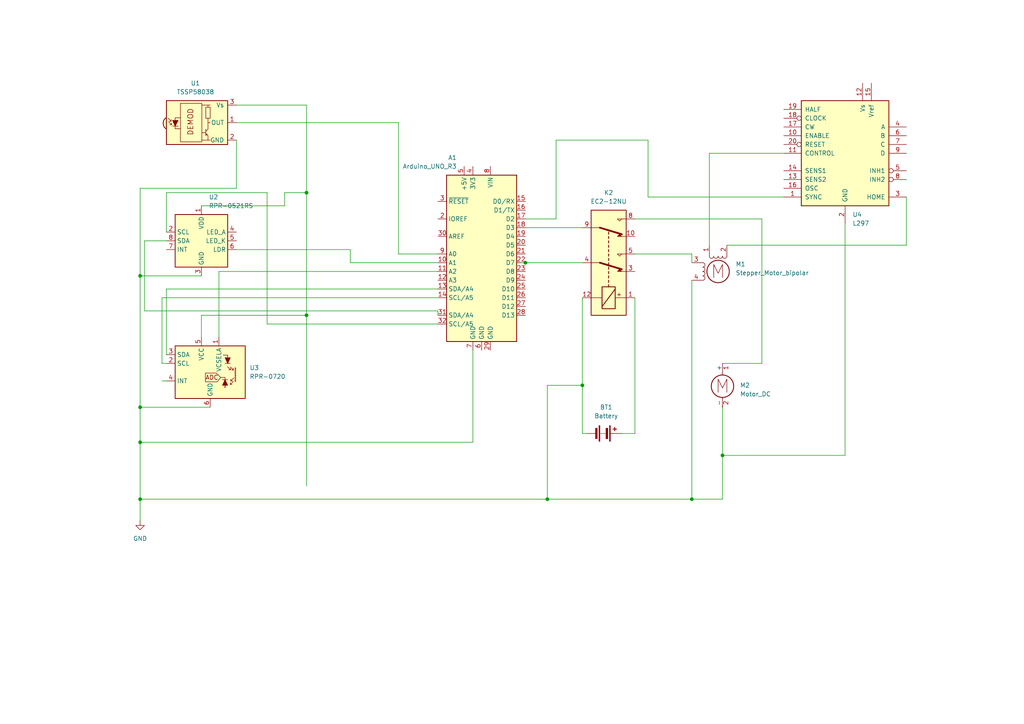
<source format=kicad_sch>
(kicad_sch
	(version 20250114)
	(generator "eeschema")
	(generator_version "9.0")
	(uuid "6a3861e6-50a4-4edc-8f7d-e555d1dc05af")
	(paper "A4")
	(lib_symbols
		(symbol "Device:Battery"
			(pin_numbers
				(hide yes)
			)
			(pin_names
				(offset 0)
				(hide yes)
			)
			(exclude_from_sim no)
			(in_bom yes)
			(on_board yes)
			(property "Reference" "BT"
				(at 2.54 2.54 0)
				(effects
					(font
						(size 1.27 1.27)
					)
					(justify left)
				)
			)
			(property "Value" "Battery"
				(at 2.54 0 0)
				(effects
					(font
						(size 1.27 1.27)
					)
					(justify left)
				)
			)
			(property "Footprint" ""
				(at 0 1.524 90)
				(effects
					(font
						(size 1.27 1.27)
					)
					(hide yes)
				)
			)
			(property "Datasheet" "~"
				(at 0 1.524 90)
				(effects
					(font
						(size 1.27 1.27)
					)
					(hide yes)
				)
			)
			(property "Description" "Multiple-cell battery"
				(at 0 0 0)
				(effects
					(font
						(size 1.27 1.27)
					)
					(hide yes)
				)
			)
			(property "ki_keywords" "batt voltage-source cell"
				(at 0 0 0)
				(effects
					(font
						(size 1.27 1.27)
					)
					(hide yes)
				)
			)
			(symbol "Battery_0_1"
				(rectangle
					(start -2.286 1.778)
					(end 2.286 1.524)
					(stroke
						(width 0)
						(type default)
					)
					(fill
						(type outline)
					)
				)
				(rectangle
					(start -2.286 -1.27)
					(end 2.286 -1.524)
					(stroke
						(width 0)
						(type default)
					)
					(fill
						(type outline)
					)
				)
				(rectangle
					(start -1.524 1.016)
					(end 1.524 0.508)
					(stroke
						(width 0)
						(type default)
					)
					(fill
						(type outline)
					)
				)
				(rectangle
					(start -1.524 -2.032)
					(end 1.524 -2.54)
					(stroke
						(width 0)
						(type default)
					)
					(fill
						(type outline)
					)
				)
				(polyline
					(pts
						(xy 0 1.778) (xy 0 2.54)
					)
					(stroke
						(width 0)
						(type default)
					)
					(fill
						(type none)
					)
				)
				(polyline
					(pts
						(xy 0 0) (xy 0 0.254)
					)
					(stroke
						(width 0)
						(type default)
					)
					(fill
						(type none)
					)
				)
				(polyline
					(pts
						(xy 0 -0.508) (xy 0 -0.254)
					)
					(stroke
						(width 0)
						(type default)
					)
					(fill
						(type none)
					)
				)
				(polyline
					(pts
						(xy 0 -1.016) (xy 0 -0.762)
					)
					(stroke
						(width 0)
						(type default)
					)
					(fill
						(type none)
					)
				)
				(polyline
					(pts
						(xy 0.762 3.048) (xy 1.778 3.048)
					)
					(stroke
						(width 0.254)
						(type default)
					)
					(fill
						(type none)
					)
				)
				(polyline
					(pts
						(xy 1.27 3.556) (xy 1.27 2.54)
					)
					(stroke
						(width 0.254)
						(type default)
					)
					(fill
						(type none)
					)
				)
			)
			(symbol "Battery_1_1"
				(pin passive line
					(at 0 5.08 270)
					(length 2.54)
					(name "+"
						(effects
							(font
								(size 1.27 1.27)
							)
						)
					)
					(number "1"
						(effects
							(font
								(size 1.27 1.27)
							)
						)
					)
				)
				(pin passive line
					(at 0 -5.08 90)
					(length 2.54)
					(name "-"
						(effects
							(font
								(size 1.27 1.27)
							)
						)
					)
					(number "2"
						(effects
							(font
								(size 1.27 1.27)
							)
						)
					)
				)
			)
			(embedded_fonts no)
		)
		(symbol "Driver_Motor:L297"
			(pin_names
				(offset 1.016)
			)
			(exclude_from_sim no)
			(in_bom yes)
			(on_board yes)
			(property "Reference" "U"
				(at -6.35 19.05 0)
				(effects
					(font
						(size 1.27 1.27)
					)
				)
			)
			(property "Value" "L297"
				(at -6.35 16.51 0)
				(effects
					(font
						(size 1.27 1.27)
					)
				)
			)
			(property "Footprint" ""
				(at -6.35 16.51 0)
				(effects
					(font
						(size 1.27 1.27)
					)
					(hide yes)
				)
			)
			(property "Datasheet" "www.st.com/resource/en/datasheet/cd00000063.pdf"
				(at -6.35 16.51 0)
				(effects
					(font
						(size 1.27 1.27)
					)
					(hide yes)
				)
			)
			(property "Description" "Stepper Motor Controller, DIP-20/SO-20"
				(at 0 0 0)
				(effects
					(font
						(size 1.27 1.27)
					)
					(hide yes)
				)
			)
			(property "ki_keywords" "Stepper Motor Controller"
				(at 0 0 0)
				(effects
					(font
						(size 1.27 1.27)
					)
					(hide yes)
				)
			)
			(property "ki_fp_filters" "DIP* SO*"
				(at 0 0 0)
				(effects
					(font
						(size 1.27 1.27)
					)
					(hide yes)
				)
			)
			(symbol "L297_0_1"
				(rectangle
					(start -12.7 15.24)
					(end 12.7 -15.24)
					(stroke
						(width 0.254)
						(type default)
					)
					(fill
						(type background)
					)
				)
			)
			(symbol "L297_1_0"
				(pin input line
					(at -17.78 12.7 0)
					(length 5.08)
					(name "HALF"
						(effects
							(font
								(size 1.27 1.27)
							)
						)
					)
					(number "19"
						(effects
							(font
								(size 1.27 1.27)
							)
						)
					)
				)
				(pin input inverted
					(at -17.78 10.16 0)
					(length 5.08)
					(name "CLOCK"
						(effects
							(font
								(size 1.27 1.27)
							)
						)
					)
					(number "18"
						(effects
							(font
								(size 1.27 1.27)
							)
						)
					)
				)
				(pin input line
					(at -17.78 7.62 0)
					(length 5.08)
					(name "CW"
						(effects
							(font
								(size 1.27 1.27)
							)
						)
					)
					(number "17"
						(effects
							(font
								(size 1.27 1.27)
							)
						)
					)
				)
				(pin input inverted
					(at -17.78 2.54 0)
					(length 5.08)
					(name "RESET"
						(effects
							(font
								(size 1.27 1.27)
							)
						)
					)
					(number "20"
						(effects
							(font
								(size 1.27 1.27)
							)
						)
					)
				)
				(pin input line
					(at -17.78 0 0)
					(length 5.08)
					(name "CONTROL"
						(effects
							(font
								(size 1.27 1.27)
							)
						)
					)
					(number "11"
						(effects
							(font
								(size 1.27 1.27)
							)
						)
					)
				)
				(pin input line
					(at -17.78 -5.08 0)
					(length 5.08)
					(name "SENS1"
						(effects
							(font
								(size 1.27 1.27)
							)
						)
					)
					(number "14"
						(effects
							(font
								(size 1.27 1.27)
							)
						)
					)
				)
				(pin input line
					(at -17.78 -7.62 0)
					(length 5.08)
					(name "SENS2"
						(effects
							(font
								(size 1.27 1.27)
							)
						)
					)
					(number "13"
						(effects
							(font
								(size 1.27 1.27)
							)
						)
					)
				)
				(pin input line
					(at -17.78 -10.16 0)
					(length 5.08)
					(name "OSC"
						(effects
							(font
								(size 1.27 1.27)
							)
						)
					)
					(number "16"
						(effects
							(font
								(size 1.27 1.27)
							)
						)
					)
				)
				(pin power_in line
					(at 5.08 20.32 270)
					(length 5.08)
					(name "Vs"
						(effects
							(font
								(size 1.27 1.27)
							)
						)
					)
					(number "12"
						(effects
							(font
								(size 1.27 1.27)
							)
						)
					)
				)
				(pin input line
					(at 7.62 20.32 270)
					(length 5.08)
					(name "Vref"
						(effects
							(font
								(size 1.27 1.27)
							)
						)
					)
					(number "15"
						(effects
							(font
								(size 1.27 1.27)
							)
						)
					)
				)
			)
			(symbol "L297_1_1"
				(pin input line
					(at -17.78 5.08 0)
					(length 5.08)
					(name "ENABLE"
						(effects
							(font
								(size 1.27 1.27)
							)
						)
					)
					(number "10"
						(effects
							(font
								(size 1.27 1.27)
							)
						)
					)
				)
				(pin bidirectional line
					(at -17.78 -12.7 0)
					(length 5.08)
					(name "SYNC"
						(effects
							(font
								(size 1.27 1.27)
							)
						)
					)
					(number "1"
						(effects
							(font
								(size 1.27 1.27)
							)
						)
					)
				)
				(pin power_in line
					(at 0 -20.32 90)
					(length 5.08)
					(name "GND"
						(effects
							(font
								(size 1.27 1.27)
							)
						)
					)
					(number "2"
						(effects
							(font
								(size 1.27 1.27)
							)
						)
					)
				)
				(pin output line
					(at 17.78 7.62 180)
					(length 5.08)
					(name "A"
						(effects
							(font
								(size 1.27 1.27)
							)
						)
					)
					(number "4"
						(effects
							(font
								(size 1.27 1.27)
							)
						)
					)
				)
				(pin output line
					(at 17.78 5.08 180)
					(length 5.08)
					(name "B"
						(effects
							(font
								(size 1.27 1.27)
							)
						)
					)
					(number "6"
						(effects
							(font
								(size 1.27 1.27)
							)
						)
					)
				)
				(pin output line
					(at 17.78 2.54 180)
					(length 5.08)
					(name "C"
						(effects
							(font
								(size 1.27 1.27)
							)
						)
					)
					(number "7"
						(effects
							(font
								(size 1.27 1.27)
							)
						)
					)
				)
				(pin output line
					(at 17.78 0 180)
					(length 5.08)
					(name "D"
						(effects
							(font
								(size 1.27 1.27)
							)
						)
					)
					(number "9"
						(effects
							(font
								(size 1.27 1.27)
							)
						)
					)
				)
				(pin output inverted
					(at 17.78 -5.08 180)
					(length 5.08)
					(name "INH1"
						(effects
							(font
								(size 1.27 1.27)
							)
						)
					)
					(number "5"
						(effects
							(font
								(size 1.27 1.27)
							)
						)
					)
				)
				(pin output inverted
					(at 17.78 -7.62 180)
					(length 5.08)
					(name "INH2"
						(effects
							(font
								(size 1.27 1.27)
							)
						)
					)
					(number "8"
						(effects
							(font
								(size 1.27 1.27)
							)
						)
					)
				)
				(pin open_collector line
					(at 17.78 -12.7 180)
					(length 5.08)
					(name "HOME"
						(effects
							(font
								(size 1.27 1.27)
							)
						)
					)
					(number "3"
						(effects
							(font
								(size 1.27 1.27)
							)
						)
					)
				)
			)
			(embedded_fonts no)
		)
		(symbol "MCU_Module:Arduino_UNO_R3"
			(exclude_from_sim no)
			(in_bom yes)
			(on_board yes)
			(property "Reference" "A"
				(at -10.16 23.495 0)
				(effects
					(font
						(size 1.27 1.27)
					)
					(justify left bottom)
				)
			)
			(property "Value" "Arduino_UNO_R3"
				(at 5.08 -26.67 0)
				(effects
					(font
						(size 1.27 1.27)
					)
					(justify left top)
				)
			)
			(property "Footprint" "Module:Arduino_UNO_R3"
				(at 0 0 0)
				(effects
					(font
						(size 1.27 1.27)
						(italic yes)
					)
					(hide yes)
				)
			)
			(property "Datasheet" "https://www.arduino.cc/en/Main/arduinoBoardUno"
				(at 0 0 0)
				(effects
					(font
						(size 1.27 1.27)
					)
					(hide yes)
				)
			)
			(property "Description" "Arduino UNO Microcontroller Module, release 3"
				(at 0 0 0)
				(effects
					(font
						(size 1.27 1.27)
					)
					(hide yes)
				)
			)
			(property "ki_keywords" "Arduino UNO R3 Microcontroller Module Atmel AVR USB"
				(at 0 0 0)
				(effects
					(font
						(size 1.27 1.27)
					)
					(hide yes)
				)
			)
			(property "ki_fp_filters" "Arduino*UNO*R3*"
				(at 0 0 0)
				(effects
					(font
						(size 1.27 1.27)
					)
					(hide yes)
				)
			)
			(symbol "Arduino_UNO_R3_0_1"
				(rectangle
					(start -10.16 22.86)
					(end 10.16 -25.4)
					(stroke
						(width 0.254)
						(type default)
					)
					(fill
						(type background)
					)
				)
			)
			(symbol "Arduino_UNO_R3_1_1"
				(pin bidirectional line
					(at -12.7 15.24 0)
					(length 2.54)
					(name "D0/RX"
						(effects
							(font
								(size 1.27 1.27)
							)
						)
					)
					(number "15"
						(effects
							(font
								(size 1.27 1.27)
							)
						)
					)
				)
				(pin bidirectional line
					(at -12.7 12.7 0)
					(length 2.54)
					(name "D1/TX"
						(effects
							(font
								(size 1.27 1.27)
							)
						)
					)
					(number "16"
						(effects
							(font
								(size 1.27 1.27)
							)
						)
					)
				)
				(pin bidirectional line
					(at -12.7 10.16 0)
					(length 2.54)
					(name "D2"
						(effects
							(font
								(size 1.27 1.27)
							)
						)
					)
					(number "17"
						(effects
							(font
								(size 1.27 1.27)
							)
						)
					)
				)
				(pin bidirectional line
					(at -12.7 7.62 0)
					(length 2.54)
					(name "D3"
						(effects
							(font
								(size 1.27 1.27)
							)
						)
					)
					(number "18"
						(effects
							(font
								(size 1.27 1.27)
							)
						)
					)
				)
				(pin bidirectional line
					(at -12.7 5.08 0)
					(length 2.54)
					(name "D4"
						(effects
							(font
								(size 1.27 1.27)
							)
						)
					)
					(number "19"
						(effects
							(font
								(size 1.27 1.27)
							)
						)
					)
				)
				(pin bidirectional line
					(at -12.7 2.54 0)
					(length 2.54)
					(name "D5"
						(effects
							(font
								(size 1.27 1.27)
							)
						)
					)
					(number "20"
						(effects
							(font
								(size 1.27 1.27)
							)
						)
					)
				)
				(pin bidirectional line
					(at -12.7 0 0)
					(length 2.54)
					(name "D6"
						(effects
							(font
								(size 1.27 1.27)
							)
						)
					)
					(number "21"
						(effects
							(font
								(size 1.27 1.27)
							)
						)
					)
				)
				(pin bidirectional line
					(at -12.7 -2.54 0)
					(length 2.54)
					(name "D7"
						(effects
							(font
								(size 1.27 1.27)
							)
						)
					)
					(number "22"
						(effects
							(font
								(size 1.27 1.27)
							)
						)
					)
				)
				(pin bidirectional line
					(at -12.7 -5.08 0)
					(length 2.54)
					(name "D8"
						(effects
							(font
								(size 1.27 1.27)
							)
						)
					)
					(number "23"
						(effects
							(font
								(size 1.27 1.27)
							)
						)
					)
				)
				(pin bidirectional line
					(at -12.7 -7.62 0)
					(length 2.54)
					(name "D9"
						(effects
							(font
								(size 1.27 1.27)
							)
						)
					)
					(number "24"
						(effects
							(font
								(size 1.27 1.27)
							)
						)
					)
				)
				(pin bidirectional line
					(at -12.7 -10.16 0)
					(length 2.54)
					(name "D10"
						(effects
							(font
								(size 1.27 1.27)
							)
						)
					)
					(number "25"
						(effects
							(font
								(size 1.27 1.27)
							)
						)
					)
				)
				(pin bidirectional line
					(at -12.7 -12.7 0)
					(length 2.54)
					(name "D11"
						(effects
							(font
								(size 1.27 1.27)
							)
						)
					)
					(number "26"
						(effects
							(font
								(size 1.27 1.27)
							)
						)
					)
				)
				(pin bidirectional line
					(at -12.7 -15.24 0)
					(length 2.54)
					(name "D12"
						(effects
							(font
								(size 1.27 1.27)
							)
						)
					)
					(number "27"
						(effects
							(font
								(size 1.27 1.27)
							)
						)
					)
				)
				(pin bidirectional line
					(at -12.7 -17.78 0)
					(length 2.54)
					(name "D13"
						(effects
							(font
								(size 1.27 1.27)
							)
						)
					)
					(number "28"
						(effects
							(font
								(size 1.27 1.27)
							)
						)
					)
				)
				(pin no_connect line
					(at -10.16 -20.32 0)
					(length 2.54)
					(hide yes)
					(name "NC"
						(effects
							(font
								(size 1.27 1.27)
							)
						)
					)
					(number "1"
						(effects
							(font
								(size 1.27 1.27)
							)
						)
					)
				)
				(pin power_in line
					(at -2.54 25.4 270)
					(length 2.54)
					(name "VIN"
						(effects
							(font
								(size 1.27 1.27)
							)
						)
					)
					(number "8"
						(effects
							(font
								(size 1.27 1.27)
							)
						)
					)
				)
				(pin power_in line
					(at -2.54 -27.94 90)
					(length 2.54)
					(name "GND"
						(effects
							(font
								(size 1.27 1.27)
							)
						)
					)
					(number "29"
						(effects
							(font
								(size 1.27 1.27)
							)
						)
					)
				)
				(pin power_in line
					(at 0 -27.94 90)
					(length 2.54)
					(name "GND"
						(effects
							(font
								(size 1.27 1.27)
							)
						)
					)
					(number "6"
						(effects
							(font
								(size 1.27 1.27)
							)
						)
					)
				)
				(pin power_out line
					(at 2.54 25.4 270)
					(length 2.54)
					(name "3V3"
						(effects
							(font
								(size 1.27 1.27)
							)
						)
					)
					(number "4"
						(effects
							(font
								(size 1.27 1.27)
							)
						)
					)
				)
				(pin power_in line
					(at 2.54 -27.94 90)
					(length 2.54)
					(name "GND"
						(effects
							(font
								(size 1.27 1.27)
							)
						)
					)
					(number "7"
						(effects
							(font
								(size 1.27 1.27)
							)
						)
					)
				)
				(pin power_out line
					(at 5.08 25.4 270)
					(length 2.54)
					(name "+5V"
						(effects
							(font
								(size 1.27 1.27)
							)
						)
					)
					(number "5"
						(effects
							(font
								(size 1.27 1.27)
							)
						)
					)
				)
				(pin input line
					(at 12.7 15.24 180)
					(length 2.54)
					(name "~{RESET}"
						(effects
							(font
								(size 1.27 1.27)
							)
						)
					)
					(number "3"
						(effects
							(font
								(size 1.27 1.27)
							)
						)
					)
				)
				(pin output line
					(at 12.7 10.16 180)
					(length 2.54)
					(name "IOREF"
						(effects
							(font
								(size 1.27 1.27)
							)
						)
					)
					(number "2"
						(effects
							(font
								(size 1.27 1.27)
							)
						)
					)
				)
				(pin input line
					(at 12.7 5.08 180)
					(length 2.54)
					(name "AREF"
						(effects
							(font
								(size 1.27 1.27)
							)
						)
					)
					(number "30"
						(effects
							(font
								(size 1.27 1.27)
							)
						)
					)
				)
				(pin bidirectional line
					(at 12.7 0 180)
					(length 2.54)
					(name "A0"
						(effects
							(font
								(size 1.27 1.27)
							)
						)
					)
					(number "9"
						(effects
							(font
								(size 1.27 1.27)
							)
						)
					)
				)
				(pin bidirectional line
					(at 12.7 -2.54 180)
					(length 2.54)
					(name "A1"
						(effects
							(font
								(size 1.27 1.27)
							)
						)
					)
					(number "10"
						(effects
							(font
								(size 1.27 1.27)
							)
						)
					)
				)
				(pin bidirectional line
					(at 12.7 -5.08 180)
					(length 2.54)
					(name "A2"
						(effects
							(font
								(size 1.27 1.27)
							)
						)
					)
					(number "11"
						(effects
							(font
								(size 1.27 1.27)
							)
						)
					)
				)
				(pin bidirectional line
					(at 12.7 -7.62 180)
					(length 2.54)
					(name "A3"
						(effects
							(font
								(size 1.27 1.27)
							)
						)
					)
					(number "12"
						(effects
							(font
								(size 1.27 1.27)
							)
						)
					)
				)
				(pin bidirectional line
					(at 12.7 -10.16 180)
					(length 2.54)
					(name "SDA/A4"
						(effects
							(font
								(size 1.27 1.27)
							)
						)
					)
					(number "13"
						(effects
							(font
								(size 1.27 1.27)
							)
						)
					)
				)
				(pin bidirectional line
					(at 12.7 -12.7 180)
					(length 2.54)
					(name "SCL/A5"
						(effects
							(font
								(size 1.27 1.27)
							)
						)
					)
					(number "14"
						(effects
							(font
								(size 1.27 1.27)
							)
						)
					)
				)
				(pin bidirectional line
					(at 12.7 -17.78 180)
					(length 2.54)
					(name "SDA/A4"
						(effects
							(font
								(size 1.27 1.27)
							)
						)
					)
					(number "31"
						(effects
							(font
								(size 1.27 1.27)
							)
						)
					)
				)
				(pin bidirectional line
					(at 12.7 -20.32 180)
					(length 2.54)
					(name "SCL/A5"
						(effects
							(font
								(size 1.27 1.27)
							)
						)
					)
					(number "32"
						(effects
							(font
								(size 1.27 1.27)
							)
						)
					)
				)
			)
			(embedded_fonts no)
		)
		(symbol "Motor:Motor_DC"
			(pin_names
				(offset 0)
			)
			(exclude_from_sim no)
			(in_bom yes)
			(on_board yes)
			(property "Reference" "M"
				(at 2.54 2.54 0)
				(effects
					(font
						(size 1.27 1.27)
					)
					(justify left)
				)
			)
			(property "Value" "Motor_DC"
				(at 2.54 -5.08 0)
				(effects
					(font
						(size 1.27 1.27)
					)
					(justify left top)
				)
			)
			(property "Footprint" ""
				(at 0 -2.286 0)
				(effects
					(font
						(size 1.27 1.27)
					)
					(hide yes)
				)
			)
			(property "Datasheet" "~"
				(at 0 -2.286 0)
				(effects
					(font
						(size 1.27 1.27)
					)
					(hide yes)
				)
			)
			(property "Description" "DC Motor"
				(at 0 0 0)
				(effects
					(font
						(size 1.27 1.27)
					)
					(hide yes)
				)
			)
			(property "ki_keywords" "DC Motor"
				(at 0 0 0)
				(effects
					(font
						(size 1.27 1.27)
					)
					(hide yes)
				)
			)
			(property "ki_fp_filters" "PinHeader*P2.54mm* TerminalBlock*"
				(at 0 0 0)
				(effects
					(font
						(size 1.27 1.27)
					)
					(hide yes)
				)
			)
			(symbol "Motor_DC_0_0"
				(polyline
					(pts
						(xy -1.27 -3.302) (xy -1.27 0.508) (xy 0 -2.032) (xy 1.27 0.508) (xy 1.27 -3.302)
					)
					(stroke
						(width 0)
						(type default)
					)
					(fill
						(type none)
					)
				)
			)
			(symbol "Motor_DC_0_1"
				(polyline
					(pts
						(xy 0 2.032) (xy 0 2.54)
					)
					(stroke
						(width 0)
						(type default)
					)
					(fill
						(type none)
					)
				)
				(polyline
					(pts
						(xy 0 1.7272) (xy 0 2.0828)
					)
					(stroke
						(width 0)
						(type default)
					)
					(fill
						(type none)
					)
				)
				(circle
					(center 0 -1.524)
					(radius 3.2512)
					(stroke
						(width 0.254)
						(type default)
					)
					(fill
						(type none)
					)
				)
				(polyline
					(pts
						(xy 0 -4.7752) (xy 0 -5.1816)
					)
					(stroke
						(width 0)
						(type default)
					)
					(fill
						(type none)
					)
				)
				(polyline
					(pts
						(xy 0 -7.62) (xy 0 -7.112)
					)
					(stroke
						(width 0)
						(type default)
					)
					(fill
						(type none)
					)
				)
			)
			(symbol "Motor_DC_1_1"
				(pin passive line
					(at 0 5.08 270)
					(length 2.54)
					(name "+"
						(effects
							(font
								(size 1.27 1.27)
							)
						)
					)
					(number "1"
						(effects
							(font
								(size 1.27 1.27)
							)
						)
					)
				)
				(pin passive line
					(at 0 -7.62 90)
					(length 2.54)
					(name "-"
						(effects
							(font
								(size 1.27 1.27)
							)
						)
					)
					(number "2"
						(effects
							(font
								(size 1.27 1.27)
							)
						)
					)
				)
			)
			(embedded_fonts no)
		)
		(symbol "Motor:Stepper_Motor_bipolar"
			(pin_names
				(offset 0)
				(hide yes)
			)
			(exclude_from_sim no)
			(in_bom yes)
			(on_board yes)
			(property "Reference" "M"
				(at 3.81 2.54 0)
				(effects
					(font
						(size 1.27 1.27)
					)
					(justify left)
				)
			)
			(property "Value" "Stepper_Motor_bipolar"
				(at 3.81 1.27 0)
				(effects
					(font
						(size 1.27 1.27)
					)
					(justify left top)
				)
			)
			(property "Footprint" ""
				(at 0.254 -0.254 0)
				(effects
					(font
						(size 1.27 1.27)
					)
					(hide yes)
				)
			)
			(property "Datasheet" "http://www.infineon.com/dgdl/Application-Note-TLE8110EE_driving_UniPolarStepperMotor_V1.1.pdf?fileId=db3a30431be39b97011be5d0aa0a00b0"
				(at 0.254 -0.254 0)
				(effects
					(font
						(size 1.27 1.27)
					)
					(hide yes)
				)
			)
			(property "Description" "4-wire bipolar stepper motor"
				(at 0 0 0)
				(effects
					(font
						(size 1.27 1.27)
					)
					(hide yes)
				)
			)
			(property "ki_keywords" "bipolar stepper motor"
				(at 0 0 0)
				(effects
					(font
						(size 1.27 1.27)
					)
					(hide yes)
				)
			)
			(property "ki_fp_filters" "PinHeader*P2.54mm*Vertical* TerminalBlock* Motor*"
				(at 0 0 0)
				(effects
					(font
						(size 1.27 1.27)
					)
					(hide yes)
				)
			)
			(symbol "Stepper_Motor_bipolar_0_0"
				(polyline
					(pts
						(xy -1.27 -1.778) (xy -1.27 2.032) (xy 0 -0.508) (xy 1.27 2.032) (xy 1.27 -1.778)
					)
					(stroke
						(width 0)
						(type default)
					)
					(fill
						(type none)
					)
				)
			)
			(symbol "Stepper_Motor_bipolar_0_1"
				(polyline
					(pts
						(xy -5.08 2.54) (xy -4.445 2.54)
					)
					(stroke
						(width 0)
						(type default)
					)
					(fill
						(type none)
					)
				)
				(polyline
					(pts
						(xy -5.08 -2.54) (xy -4.445 -2.54)
					)
					(stroke
						(width 0)
						(type default)
					)
					(fill
						(type none)
					)
				)
				(arc
					(start -4.445 2.54)
					(mid -3.8127 1.905)
					(end -4.445 1.27)
					(stroke
						(width 0)
						(type default)
					)
					(fill
						(type none)
					)
				)
				(arc
					(start -4.445 1.27)
					(mid -3.8127 0.635)
					(end -4.445 0)
					(stroke
						(width 0)
						(type default)
					)
					(fill
						(type none)
					)
				)
				(arc
					(start -4.445 0)
					(mid -3.8127 -0.635)
					(end -4.445 -1.27)
					(stroke
						(width 0)
						(type default)
					)
					(fill
						(type none)
					)
				)
				(arc
					(start -4.445 -1.27)
					(mid -3.8127 -1.905)
					(end -4.445 -2.54)
					(stroke
						(width 0)
						(type default)
					)
					(fill
						(type none)
					)
				)
				(polyline
					(pts
						(xy -2.54 5.08) (xy -2.54 4.445)
					)
					(stroke
						(width 0)
						(type default)
					)
					(fill
						(type none)
					)
				)
				(arc
					(start -1.27 4.445)
					(mid -1.905 3.8127)
					(end -2.54 4.445)
					(stroke
						(width 0)
						(type default)
					)
					(fill
						(type none)
					)
				)
				(arc
					(start 0 4.445)
					(mid -0.635 3.8127)
					(end -1.27 4.445)
					(stroke
						(width 0)
						(type default)
					)
					(fill
						(type none)
					)
				)
				(circle
					(center 0 0)
					(radius 3.2512)
					(stroke
						(width 0.254)
						(type default)
					)
					(fill
						(type none)
					)
				)
				(arc
					(start 1.27 4.445)
					(mid 0.635 3.8127)
					(end 0 4.445)
					(stroke
						(width 0)
						(type default)
					)
					(fill
						(type none)
					)
				)
				(arc
					(start 2.54 4.445)
					(mid 1.905 3.8127)
					(end 1.27 4.445)
					(stroke
						(width 0)
						(type default)
					)
					(fill
						(type none)
					)
				)
				(polyline
					(pts
						(xy 2.54 5.08) (xy 2.54 4.445)
					)
					(stroke
						(width 0)
						(type default)
					)
					(fill
						(type none)
					)
				)
			)
			(symbol "Stepper_Motor_bipolar_1_1"
				(pin passive line
					(at -7.62 2.54 0)
					(length 2.54)
					(name "~"
						(effects
							(font
								(size 1.27 1.27)
							)
						)
					)
					(number "3"
						(effects
							(font
								(size 1.27 1.27)
							)
						)
					)
				)
				(pin passive line
					(at -7.62 -2.54 0)
					(length 2.54)
					(name "~"
						(effects
							(font
								(size 1.27 1.27)
							)
						)
					)
					(number "4"
						(effects
							(font
								(size 1.27 1.27)
							)
						)
					)
				)
				(pin passive line
					(at -2.54 7.62 270)
					(length 2.54)
					(name "~"
						(effects
							(font
								(size 1.27 1.27)
							)
						)
					)
					(number "1"
						(effects
							(font
								(size 1.27 1.27)
							)
						)
					)
				)
				(pin passive line
					(at 2.54 7.62 270)
					(length 2.54)
					(name "-"
						(effects
							(font
								(size 1.27 1.27)
							)
						)
					)
					(number "2"
						(effects
							(font
								(size 1.27 1.27)
							)
						)
					)
				)
			)
			(embedded_fonts no)
		)
		(symbol "Relay:EC2-12NU"
			(exclude_from_sim no)
			(in_bom yes)
			(on_board yes)
			(property "Reference" "K"
				(at 15.24 8.89 0)
				(effects
					(font
						(size 1.27 1.27)
					)
				)
			)
			(property "Value" "EC2-12NU"
				(at 19.05 6.35 0)
				(effects
					(font
						(size 1.27 1.27)
					)
				)
			)
			(property "Footprint" "Relay_THT:Relay_DPDT_Kemet_EC2_NU"
				(at 0 0 0)
				(effects
					(font
						(size 1.27 1.27)
					)
					(hide yes)
				)
			)
			(property "Datasheet" "https://content.kemet.com/datasheets/KEM_R7002_EC2_EE2.pdf"
				(at 0 0 0)
				(effects
					(font
						(size 1.27 1.27)
					)
					(hide yes)
				)
			)
			(property "Description" "General purpose signal relay, Kemet EC2 Series, DPDT (2 Form C), non-latching, through hole, 60W/125VA, 220VDC/250VAC, 2A, 12V DC coil"
				(at 0 0 0)
				(effects
					(font
						(size 1.27 1.27)
					)
					(hide yes)
				)
			)
			(property "ki_keywords" "signal relay double pole double throw DPDT DC coil non latching"
				(at 0 0 0)
				(effects
					(font
						(size 1.27 1.27)
					)
					(hide yes)
				)
			)
			(property "ki_fp_filters" "Relay*Kemet*EC2*"
				(at 0 0 0)
				(effects
					(font
						(size 1.27 1.27)
					)
					(hide yes)
				)
			)
			(symbol "EC2-12NU_1_1"
				(rectangle
					(start -15.24 5.08)
					(end 15.24 -5.08)
					(stroke
						(width 0.254)
						(type default)
					)
					(fill
						(type background)
					)
				)
				(rectangle
					(start -13.335 1.905)
					(end -6.985 -1.905)
					(stroke
						(width 0.254)
						(type default)
					)
					(fill
						(type none)
					)
				)
				(polyline
					(pts
						(xy -12.7 -1.905) (xy -7.62 1.905)
					)
					(stroke
						(width 0.254)
						(type default)
					)
					(fill
						(type none)
					)
				)
				(polyline
					(pts
						(xy -10.16 5.08) (xy -10.16 1.905)
					)
					(stroke
						(width 0)
						(type default)
					)
					(fill
						(type none)
					)
				)
				(polyline
					(pts
						(xy -10.16 -5.08) (xy -10.16 -1.905)
					)
					(stroke
						(width 0)
						(type default)
					)
					(fill
						(type none)
					)
				)
				(polyline
					(pts
						(xy -6.985 0) (xy -6.35 0)
					)
					(stroke
						(width 0.254)
						(type default)
					)
					(fill
						(type none)
					)
				)
				(polyline
					(pts
						(xy -5.715 0) (xy -5.08 0)
					)
					(stroke
						(width 0.254)
						(type default)
					)
					(fill
						(type none)
					)
				)
				(polyline
					(pts
						(xy -4.445 0) (xy -3.81 0)
					)
					(stroke
						(width 0.254)
						(type default)
					)
					(fill
						(type none)
					)
				)
				(polyline
					(pts
						(xy -3.175 0) (xy -2.54 0)
					)
					(stroke
						(width 0.254)
						(type default)
					)
					(fill
						(type none)
					)
				)
				(polyline
					(pts
						(xy -2.54 5.08) (xy -2.54 2.54) (xy -1.905 3.175) (xy -2.54 3.81)
					)
					(stroke
						(width 0)
						(type default)
					)
					(fill
						(type outline)
					)
				)
				(polyline
					(pts
						(xy -1.905 0) (xy -1.27 0)
					)
					(stroke
						(width 0.254)
						(type default)
					)
					(fill
						(type none)
					)
				)
				(polyline
					(pts
						(xy -0.635 0) (xy 0 0)
					)
					(stroke
						(width 0.254)
						(type default)
					)
					(fill
						(type none)
					)
				)
				(polyline
					(pts
						(xy 0 -2.54) (xy -1.905 3.81)
					)
					(stroke
						(width 0.508)
						(type default)
					)
					(fill
						(type none)
					)
				)
				(polyline
					(pts
						(xy 0 -2.54) (xy 0 -5.08)
					)
					(stroke
						(width 0)
						(type default)
					)
					(fill
						(type none)
					)
				)
				(polyline
					(pts
						(xy 0.635 0) (xy 1.27 0)
					)
					(stroke
						(width 0.254)
						(type default)
					)
					(fill
						(type none)
					)
				)
				(polyline
					(pts
						(xy 1.905 0) (xy 2.54 0)
					)
					(stroke
						(width 0.254)
						(type default)
					)
					(fill
						(type none)
					)
				)
				(polyline
					(pts
						(xy 2.54 5.08) (xy 2.54 2.54) (xy 1.905 3.175) (xy 2.54 3.81)
					)
					(stroke
						(width 0)
						(type default)
					)
					(fill
						(type none)
					)
				)
				(polyline
					(pts
						(xy 3.175 0) (xy 3.81 0)
					)
					(stroke
						(width 0.254)
						(type default)
					)
					(fill
						(type none)
					)
				)
				(polyline
					(pts
						(xy 4.445 0) (xy 5.08 0)
					)
					(stroke
						(width 0.254)
						(type default)
					)
					(fill
						(type none)
					)
				)
				(polyline
					(pts
						(xy 5.715 0) (xy 6.35 0)
					)
					(stroke
						(width 0.254)
						(type default)
					)
					(fill
						(type none)
					)
				)
				(polyline
					(pts
						(xy 6.985 0) (xy 7.62 0)
					)
					(stroke
						(width 0.254)
						(type default)
					)
					(fill
						(type none)
					)
				)
				(polyline
					(pts
						(xy 7.62 5.08) (xy 7.62 2.54) (xy 8.255 3.175) (xy 7.62 3.81)
					)
					(stroke
						(width 0)
						(type default)
					)
					(fill
						(type outline)
					)
				)
				(polyline
					(pts
						(xy 8.255 0) (xy 8.89 0)
					)
					(stroke
						(width 0.254)
						(type default)
					)
					(fill
						(type none)
					)
				)
				(polyline
					(pts
						(xy 10.16 -2.54) (xy 8.255 3.81)
					)
					(stroke
						(width 0.508)
						(type default)
					)
					(fill
						(type none)
					)
				)
				(polyline
					(pts
						(xy 10.16 -2.54) (xy 10.16 -5.08)
					)
					(stroke
						(width 0)
						(type default)
					)
					(fill
						(type none)
					)
				)
				(polyline
					(pts
						(xy 12.7 5.08) (xy 12.7 2.54) (xy 12.065 3.175) (xy 12.7 3.81)
					)
					(stroke
						(width 0)
						(type default)
					)
					(fill
						(type none)
					)
				)
				(text "+"
					(at -9.271 2.921 0)
					(effects
						(font
							(size 1.27 1.27)
						)
					)
				)
				(pin passive line
					(at -10.16 7.62 270)
					(length 2.54)
					(name "~"
						(effects
							(font
								(size 1.27 1.27)
							)
						)
					)
					(number "1"
						(effects
							(font
								(size 1.27 1.27)
							)
						)
					)
				)
				(pin passive line
					(at -10.16 -7.62 90)
					(length 2.54)
					(name "~"
						(effects
							(font
								(size 1.27 1.27)
							)
						)
					)
					(number "12"
						(effects
							(font
								(size 1.27 1.27)
							)
						)
					)
				)
				(pin passive line
					(at -2.54 7.62 270)
					(length 2.54)
					(name "~"
						(effects
							(font
								(size 1.27 1.27)
							)
						)
					)
					(number "3"
						(effects
							(font
								(size 1.27 1.27)
							)
						)
					)
				)
				(pin passive line
					(at 0 -7.62 90)
					(length 2.54)
					(name "~"
						(effects
							(font
								(size 1.27 1.27)
							)
						)
					)
					(number "4"
						(effects
							(font
								(size 1.27 1.27)
							)
						)
					)
				)
				(pin passive line
					(at 2.54 7.62 270)
					(length 2.54)
					(name "~"
						(effects
							(font
								(size 1.27 1.27)
							)
						)
					)
					(number "5"
						(effects
							(font
								(size 1.27 1.27)
							)
						)
					)
				)
				(pin passive line
					(at 7.62 7.62 270)
					(length 2.54)
					(name "~"
						(effects
							(font
								(size 1.27 1.27)
							)
						)
					)
					(number "10"
						(effects
							(font
								(size 1.27 1.27)
							)
						)
					)
				)
				(pin passive line
					(at 10.16 -7.62 90)
					(length 2.54)
					(name "~"
						(effects
							(font
								(size 1.27 1.27)
							)
						)
					)
					(number "9"
						(effects
							(font
								(size 1.27 1.27)
							)
						)
					)
				)
				(pin passive line
					(at 12.7 7.62 270)
					(length 2.54)
					(name "~"
						(effects
							(font
								(size 1.27 1.27)
							)
						)
					)
					(number "8"
						(effects
							(font
								(size 1.27 1.27)
							)
						)
					)
				)
			)
			(embedded_fonts no)
		)
		(symbol "Sensor:RPR-0521RS"
			(exclude_from_sim no)
			(in_bom yes)
			(on_board yes)
			(property "Reference" "U"
				(at -5.08 8.89 0)
				(effects
					(font
						(size 1.27 1.27)
					)
				)
			)
			(property "Value" "RPR-0521RS"
				(at 6.35 8.89 0)
				(effects
					(font
						(size 1.27 1.27)
					)
				)
			)
			(property "Footprint" "Sensor:Rohm_RPR-0521RS"
				(at 0 5.969 0)
				(effects
					(font
						(size 1.27 1.27)
					)
					(hide yes)
				)
			)
			(property "Datasheet" "https://fscdn.rohm.com/en/products/databook/datasheet/opto/optical_sensor/opto_module/rpr-0521rs-e.pdf"
				(at 0.127 -6.223 0)
				(effects
					(font
						(size 1.27 1.27)
					)
					(hide yes)
				)
			)
			(property "Description" "Digital Proximity and Ambient Light Sensor"
				(at 0 0 0)
				(effects
					(font
						(size 1.27 1.27)
					)
					(hide yes)
				)
			)
			(property "ki_keywords" "sensor light"
				(at 0 0 0)
				(effects
					(font
						(size 1.27 1.27)
					)
					(hide yes)
				)
			)
			(property "ki_fp_filters" "Rohm?RPR?0521*"
				(at 0 0 0)
				(effects
					(font
						(size 1.27 1.27)
					)
					(hide yes)
				)
			)
			(symbol "RPR-0521RS_0_1"
				(rectangle
					(start -7.62 7.62)
					(end 7.62 -7.62)
					(stroke
						(width 0.254)
						(type default)
					)
					(fill
						(type background)
					)
				)
			)
			(symbol "RPR-0521RS_1_1"
				(pin input line
					(at -10.16 2.54 0)
					(length 2.54)
					(name "SCL"
						(effects
							(font
								(size 1.27 1.27)
							)
						)
					)
					(number "2"
						(effects
							(font
								(size 1.27 1.27)
							)
						)
					)
				)
				(pin bidirectional line
					(at -10.16 0 0)
					(length 2.54)
					(name "SDA"
						(effects
							(font
								(size 1.27 1.27)
							)
						)
					)
					(number "8"
						(effects
							(font
								(size 1.27 1.27)
							)
						)
					)
				)
				(pin open_collector line
					(at -10.16 -2.54 0)
					(length 2.54)
					(name "INT"
						(effects
							(font
								(size 1.27 1.27)
							)
						)
					)
					(number "7"
						(effects
							(font
								(size 1.27 1.27)
							)
						)
					)
				)
				(pin power_in line
					(at 0 10.16 270)
					(length 2.54)
					(name "VDD"
						(effects
							(font
								(size 1.27 1.27)
							)
						)
					)
					(number "1"
						(effects
							(font
								(size 1.27 1.27)
							)
						)
					)
				)
				(pin power_in line
					(at 0 -10.16 90)
					(length 2.54)
					(name "GND"
						(effects
							(font
								(size 1.27 1.27)
							)
						)
					)
					(number "3"
						(effects
							(font
								(size 1.27 1.27)
							)
						)
					)
				)
				(pin passive line
					(at 10.16 2.54 180)
					(length 2.54)
					(name "LED_A"
						(effects
							(font
								(size 1.27 1.27)
							)
						)
					)
					(number "4"
						(effects
							(font
								(size 1.27 1.27)
							)
						)
					)
				)
				(pin passive line
					(at 10.16 0 180)
					(length 2.54)
					(name "LED_K"
						(effects
							(font
								(size 1.27 1.27)
							)
						)
					)
					(number "5"
						(effects
							(font
								(size 1.27 1.27)
							)
						)
					)
				)
				(pin passive line
					(at 10.16 -2.54 180)
					(length 2.54)
					(name "LDR"
						(effects
							(font
								(size 1.27 1.27)
							)
						)
					)
					(number "6"
						(effects
							(font
								(size 1.27 1.27)
							)
						)
					)
				)
			)
			(embedded_fonts no)
		)
		(symbol "Sensor_Proximity:RPR-0720"
			(exclude_from_sim no)
			(in_bom yes)
			(on_board yes)
			(property "Reference" "U"
				(at -10.16 8.89 0)
				(effects
					(font
						(size 1.27 1.27)
					)
					(justify left)
				)
			)
			(property "Value" "RPR-0720"
				(at 3.81 8.89 0)
				(effects
					(font
						(size 1.27 1.27)
					)
					(justify left)
				)
			)
			(property "Footprint" "OptoDevice:Rohm_RPR-0720"
				(at 0 -12.573 0)
				(effects
					(font
						(size 1.27 1.27)
					)
					(hide yes)
				)
			)
			(property "Datasheet" "https://fscdn.rohm.com/en/products/databook/datasheet/opto/optical_sensor/photosensor/rpr-0720-e.pdf"
				(at 1.016 12.7 0)
				(effects
					(font
						(size 1.27 1.27)
					)
					(hide yes)
				)
			)
			(property "Description" "Proximity Sensor, I2C interface, 2x1x0.55mm, 1-15mm, 2.5-3.6V, LGA-6"
				(at 0 0 0)
				(effects
					(font
						(size 1.27 1.27)
					)
					(hide yes)
				)
			)
			(property "ki_keywords" "opto rohm"
				(at 0 0 0)
				(effects
					(font
						(size 1.27 1.27)
					)
					(hide yes)
				)
			)
			(property "ki_fp_filters" "Rohm*RPR*0720*"
				(at 0 0 0)
				(effects
					(font
						(size 1.27 1.27)
					)
					(hide yes)
				)
			)
			(symbol "RPR-0720_0_0"
				(polyline
					(pts
						(xy 3.048 -1.524) (xy 1.778 -0.254) (xy -1.397 -0.254) (xy -1.397 -1.524) (xy -1.397 -2.794) (xy 2.032 -2.794)
						(xy 3.048 -1.524)
					)
					(stroke
						(width 0)
						(type default)
					)
					(fill
						(type none)
					)
				)
				(text "ADC"
					(at 0.508 -1.524 0)
					(effects
						(font
							(size 1.27 1.27)
						)
					)
				)
			)
			(symbol "RPR-0720_0_1"
				(rectangle
					(start -10.16 7.62)
					(end 10.16 -7.62)
					(stroke
						(width 0.254)
						(type default)
					)
					(fill
						(type background)
					)
				)
				(polyline
					(pts
						(xy 3.7592 4.953) (xy 5.08 4.953) (xy 5.08 4.445)
					)
					(stroke
						(width 0)
						(type default)
					)
					(fill
						(type none)
					)
				)
				(polyline
					(pts
						(xy 5.08 2.54) (xy 5.08 4.445)
					)
					(stroke
						(width 0)
						(type default)
					)
					(fill
						(type none)
					)
				)
				(polyline
					(pts
						(xy 7.239 1.397) (xy 7.239 -2.794)
					)
					(stroke
						(width 0)
						(type default)
					)
					(fill
						(type none)
					)
				)
				(polyline
					(pts
						(xy 7.239 0.889) (xy 7.493 1.143)
					)
					(stroke
						(width 0)
						(type default)
					)
					(fill
						(type none)
					)
				)
				(polyline
					(pts
						(xy 7.239 0.381) (xy 7.493 0.635)
					)
					(stroke
						(width 0)
						(type default)
					)
					(fill
						(type none)
					)
				)
				(polyline
					(pts
						(xy 7.239 -0.127) (xy 7.493 0.127)
					)
					(stroke
						(width 0)
						(type default)
					)
					(fill
						(type none)
					)
				)
				(polyline
					(pts
						(xy 7.239 -0.635) (xy 7.493 -0.381)
					)
					(stroke
						(width 0)
						(type default)
					)
					(fill
						(type none)
					)
				)
				(polyline
					(pts
						(xy 7.239 -1.143) (xy 7.493 -0.889)
					)
					(stroke
						(width 0)
						(type default)
					)
					(fill
						(type none)
					)
				)
				(polyline
					(pts
						(xy 7.239 -1.651) (xy 7.493 -1.397)
					)
					(stroke
						(width 0)
						(type default)
					)
					(fill
						(type none)
					)
				)
				(polyline
					(pts
						(xy 7.239 -2.159) (xy 7.493 -1.905)
					)
					(stroke
						(width 0)
						(type default)
					)
					(fill
						(type none)
					)
				)
				(polyline
					(pts
						(xy 7.239 -2.667) (xy 7.493 -2.413)
					)
					(stroke
						(width 0)
						(type default)
					)
					(fill
						(type none)
					)
				)
			)
			(symbol "RPR-0720_1_0"
				(polyline
					(pts
						(xy 4.318 -4.318) (xy 4.318 -1.524) (xy 3.048 -1.524)
					)
					(stroke
						(width 0)
						(type default)
					)
					(fill
						(type none)
					)
				)
			)
			(symbol "RPR-0720_1_1"
				(polyline
					(pts
						(xy 4.064 -4.318) (xy 4.572 -4.318)
					)
					(stroke
						(width 0)
						(type default)
					)
					(fill
						(type none)
					)
				)
				(polyline
					(pts
						(xy 5.08 -2.159) (xy 3.556 -2.159)
					)
					(stroke
						(width 0)
						(type default)
					)
					(fill
						(type none)
					)
				)
				(polyline
					(pts
						(xy 5.08 -3.81) (xy 3.556 -3.81) (xy 4.318 -2.159) (xy 5.08 -3.81)
					)
					(stroke
						(width 0)
						(type default)
					)
					(fill
						(type outline)
					)
				)
				(polyline
					(pts
						(xy 5.842 4.191) (xy 4.318 4.191) (xy 5.08 2.54) (xy 5.842 4.191)
					)
					(stroke
						(width 0)
						(type default)
					)
					(fill
						(type outline)
					)
				)
				(polyline
					(pts
						(xy 5.842 2.54) (xy 4.318 2.54)
					)
					(stroke
						(width 0)
						(type default)
					)
					(fill
						(type none)
					)
				)
				(polyline
					(pts
						(xy 5.842 -3.556) (xy 5.842 -3.048)
					)
					(stroke
						(width 0)
						(type default)
					)
					(fill
						(type none)
					)
				)
				(polyline
					(pts
						(xy 5.842 -3.556) (xy 6.35 -3.556)
					)
					(stroke
						(width 0)
						(type default)
					)
					(fill
						(type none)
					)
				)
				(polyline
					(pts
						(xy 5.842 -3.556) (xy 6.731 -2.667)
					)
					(stroke
						(width 0)
						(type default)
					)
					(fill
						(type none)
					)
				)
				(polyline
					(pts
						(xy 5.9055 0.6985) (xy 5.0165 1.5875)
					)
					(stroke
						(width 0)
						(type default)
					)
					(fill
						(type none)
					)
				)
				(polyline
					(pts
						(xy 5.9055 0.6985) (xy 5.3975 0.6985)
					)
					(stroke
						(width 0)
						(type default)
					)
					(fill
						(type none)
					)
				)
				(polyline
					(pts
						(xy 5.9055 0.6985) (xy 5.9055 1.2065)
					)
					(stroke
						(width 0)
						(type default)
					)
					(fill
						(type none)
					)
				)
				(polyline
					(pts
						(xy 5.969 -2.54) (xy 5.969 -2.032)
					)
					(stroke
						(width 0)
						(type default)
					)
					(fill
						(type none)
					)
				)
				(polyline
					(pts
						(xy 5.969 -2.54) (xy 6.477 -2.54)
					)
					(stroke
						(width 0)
						(type default)
					)
					(fill
						(type none)
					)
				)
				(polyline
					(pts
						(xy 5.969 -2.54) (xy 6.858 -1.651)
					)
					(stroke
						(width 0)
						(type default)
					)
					(fill
						(type none)
					)
				)
				(polyline
					(pts
						(xy 6.731 0.635) (xy 5.842 1.524)
					)
					(stroke
						(width 0)
						(type default)
					)
					(fill
						(type none)
					)
				)
				(polyline
					(pts
						(xy 6.731 0.635) (xy 6.223 0.635)
					)
					(stroke
						(width 0)
						(type default)
					)
					(fill
						(type none)
					)
				)
				(polyline
					(pts
						(xy 6.731 0.635) (xy 6.731 1.143)
					)
					(stroke
						(width 0)
						(type default)
					)
					(fill
						(type none)
					)
				)
				(pin bidirectional line
					(at -12.7 5.08 0)
					(length 2.54)
					(name "SDA"
						(effects
							(font
								(size 1.27 1.27)
							)
						)
					)
					(number "3"
						(effects
							(font
								(size 1.27 1.27)
							)
						)
					)
				)
				(pin input line
					(at -12.7 2.54 0)
					(length 2.54)
					(name "SCL"
						(effects
							(font
								(size 1.27 1.27)
							)
						)
					)
					(number "2"
						(effects
							(font
								(size 1.27 1.27)
							)
						)
					)
				)
				(pin open_collector line
					(at -12.7 -2.54 0)
					(length 2.54)
					(name "INT"
						(effects
							(font
								(size 1.27 1.27)
							)
						)
					)
					(number "4"
						(effects
							(font
								(size 1.27 1.27)
							)
						)
					)
				)
				(pin power_in line
					(at -2.54 10.16 270)
					(length 2.54)
					(name "VCC"
						(effects
							(font
								(size 1.27 1.27)
							)
						)
					)
					(number "5"
						(effects
							(font
								(size 1.27 1.27)
							)
						)
					)
				)
				(pin power_in line
					(at 0 -10.16 90)
					(length 2.54)
					(name "GND"
						(effects
							(font
								(size 1.27 1.27)
							)
						)
					)
					(number "6"
						(effects
							(font
								(size 1.27 1.27)
							)
						)
					)
				)
				(pin power_in line
					(at 2.54 10.16 270)
					(length 2.54)
					(name "VCSELA"
						(effects
							(font
								(size 1.27 1.27)
							)
						)
					)
					(number "1"
						(effects
							(font
								(size 1.27 1.27)
							)
						)
					)
				)
			)
			(embedded_fonts no)
		)
		(symbol "Sensor_Proximity:TSSP58038"
			(pin_names
				(offset 1.016)
			)
			(exclude_from_sim no)
			(in_bom yes)
			(on_board yes)
			(property "Reference" "U"
				(at -10.16 7.62 0)
				(effects
					(font
						(size 1.27 1.27)
					)
					(justify left)
				)
			)
			(property "Value" "TSSP58038"
				(at -10.16 -7.62 0)
				(effects
					(font
						(size 1.27 1.27)
					)
					(justify left)
				)
			)
			(property "Footprint" "OptoDevice:Vishay_MINICAST-3Pin"
				(at -1.27 -9.525 0)
				(effects
					(font
						(size 1.27 1.27)
					)
					(hide yes)
				)
			)
			(property "Datasheet" "http://www.vishay.com/docs/82476/tssp58p38.pdf"
				(at 16.51 7.62 0)
				(effects
					(font
						(size 1.27 1.27)
					)
					(hide yes)
				)
			)
			(property "Description" "IR Detector for Mid Range Proximity Sensor"
				(at 0 0 0)
				(effects
					(font
						(size 1.27 1.27)
					)
					(hide yes)
				)
			)
			(property "ki_keywords" "opto IR receiver proximity sensor"
				(at 0 0 0)
				(effects
					(font
						(size 1.27 1.27)
					)
					(hide yes)
				)
			)
			(property "ki_fp_filters" "Vishay*MINICAST*"
				(at 0 0 0)
				(effects
					(font
						(size 1.27 1.27)
					)
					(hide yes)
				)
			)
			(symbol "TSSP58038_0_0"
				(arc
					(start -10.287 -1.778)
					(mid -11.0899 -0.1905)
					(end -10.287 1.397)
					(stroke
						(width 0.254)
						(type default)
					)
					(fill
						(type background)
					)
				)
				(polyline
					(pts
						(xy 1.905 5.08) (xy 0.127 5.08)
					)
					(stroke
						(width 0)
						(type default)
					)
					(fill
						(type none)
					)
				)
				(polyline
					(pts
						(xy 1.905 -5.08) (xy 0.127 -5.08)
					)
					(stroke
						(width 0)
						(type default)
					)
					(fill
						(type none)
					)
				)
				(text "DEMOD"
					(at -3.175 0.254 900)
					(effects
						(font
							(size 1.524 1.524)
						)
					)
				)
			)
			(symbol "TSSP58038_0_1"
				(polyline
					(pts
						(xy -8.763 0.381) (xy -9.652 1.27)
					)
					(stroke
						(width 0)
						(type default)
					)
					(fill
						(type none)
					)
				)
				(polyline
					(pts
						(xy -8.763 0.381) (xy -9.271 0.381)
					)
					(stroke
						(width 0)
						(type default)
					)
					(fill
						(type none)
					)
				)
				(polyline
					(pts
						(xy -8.763 0.381) (xy -8.763 0.889)
					)
					(stroke
						(width 0)
						(type default)
					)
					(fill
						(type none)
					)
				)
				(polyline
					(pts
						(xy -8.636 -0.635) (xy -9.525 0.254)
					)
					(stroke
						(width 0)
						(type default)
					)
					(fill
						(type none)
					)
				)
				(polyline
					(pts
						(xy -8.636 -0.635) (xy -9.144 -0.635)
					)
					(stroke
						(width 0)
						(type default)
					)
					(fill
						(type none)
					)
				)
				(polyline
					(pts
						(xy -8.636 -0.635) (xy -8.636 -0.127)
					)
					(stroke
						(width 0)
						(type default)
					)
					(fill
						(type none)
					)
				)
				(polyline
					(pts
						(xy -8.382 0.635) (xy -6.731 0.635) (xy -7.62 -1.016) (xy -8.382 0.635)
					)
					(stroke
						(width 0)
						(type default)
					)
					(fill
						(type outline)
					)
				)
				(polyline
					(pts
						(xy -8.382 -1.016) (xy -6.731 -1.016)
					)
					(stroke
						(width 0)
						(type default)
					)
					(fill
						(type none)
					)
				)
				(rectangle
					(start -6.096 5.588)
					(end 0.127 -5.588)
					(stroke
						(width 0)
						(type default)
					)
					(fill
						(type none)
					)
				)
				(polyline
					(pts
						(xy -6.096 1.397) (xy -7.62 1.397) (xy -7.62 -1.778) (xy -6.096 -1.778)
					)
					(stroke
						(width 0)
						(type default)
					)
					(fill
						(type none)
					)
				)
				(polyline
					(pts
						(xy 1.27 -1.905) (xy 1.27 -3.81)
					)
					(stroke
						(width 0)
						(type default)
					)
					(fill
						(type none)
					)
				)
				(polyline
					(pts
						(xy 1.27 -2.54) (xy 1.905 -1.905) (xy 1.905 0) (xy 2.54 0)
					)
					(stroke
						(width 0)
						(type default)
					)
					(fill
						(type none)
					)
				)
				(polyline
					(pts
						(xy 1.27 -2.921) (xy 0.127 -2.921)
					)
					(stroke
						(width 0)
						(type default)
					)
					(fill
						(type none)
					)
				)
				(polyline
					(pts
						(xy 1.27 -3.175) (xy 1.905 -3.81) (xy 1.905 -5.08) (xy 2.54 -5.08)
					)
					(stroke
						(width 0)
						(type default)
					)
					(fill
						(type none)
					)
				)
				(polyline
					(pts
						(xy 1.397 -3.556) (xy 1.524 -3.556)
					)
					(stroke
						(width 0)
						(type default)
					)
					(fill
						(type none)
					)
				)
				(polyline
					(pts
						(xy 1.651 -3.556) (xy 1.524 -3.556)
					)
					(stroke
						(width 0)
						(type default)
					)
					(fill
						(type none)
					)
				)
				(polyline
					(pts
						(xy 1.651 -3.556) (xy 1.651 -3.302)
					)
					(stroke
						(width 0)
						(type default)
					)
					(fill
						(type none)
					)
				)
				(polyline
					(pts
						(xy 1.905 4.445) (xy 1.905 5.08) (xy 2.54 5.08)
					)
					(stroke
						(width 0)
						(type default)
					)
					(fill
						(type none)
					)
				)
				(polyline
					(pts
						(xy 1.905 0) (xy 1.905 1.27)
					)
					(stroke
						(width 0)
						(type default)
					)
					(fill
						(type none)
					)
				)
				(rectangle
					(start 2.54 1.27)
					(end 1.27 4.445)
					(stroke
						(width 0)
						(type default)
					)
					(fill
						(type none)
					)
				)
				(rectangle
					(start 7.62 6.35)
					(end -10.16 -6.35)
					(stroke
						(width 0.254)
						(type default)
					)
					(fill
						(type background)
					)
				)
			)
			(symbol "TSSP58038_1_1"
				(pin power_in line
					(at 10.16 5.08 180)
					(length 2.54)
					(name "Vs"
						(effects
							(font
								(size 1.27 1.27)
							)
						)
					)
					(number "3"
						(effects
							(font
								(size 1.27 1.27)
							)
						)
					)
				)
				(pin output line
					(at 10.16 0 180)
					(length 2.54)
					(name "OUT"
						(effects
							(font
								(size 1.27 1.27)
							)
						)
					)
					(number "1"
						(effects
							(font
								(size 1.27 1.27)
							)
						)
					)
				)
				(pin power_in line
					(at 10.16 -5.08 180)
					(length 2.54)
					(name "GND"
						(effects
							(font
								(size 1.27 1.27)
							)
						)
					)
					(number "2"
						(effects
							(font
								(size 1.27 1.27)
							)
						)
					)
				)
			)
			(embedded_fonts no)
		)
		(symbol "power:GND"
			(power)
			(pin_numbers
				(hide yes)
			)
			(pin_names
				(offset 0)
				(hide yes)
			)
			(exclude_from_sim no)
			(in_bom yes)
			(on_board yes)
			(property "Reference" "#PWR"
				(at 0 -6.35 0)
				(effects
					(font
						(size 1.27 1.27)
					)
					(hide yes)
				)
			)
			(property "Value" "GND"
				(at 0 -3.81 0)
				(effects
					(font
						(size 1.27 1.27)
					)
				)
			)
			(property "Footprint" ""
				(at 0 0 0)
				(effects
					(font
						(size 1.27 1.27)
					)
					(hide yes)
				)
			)
			(property "Datasheet" ""
				(at 0 0 0)
				(effects
					(font
						(size 1.27 1.27)
					)
					(hide yes)
				)
			)
			(property "Description" "Power symbol creates a global label with name \"GND\" , ground"
				(at 0 0 0)
				(effects
					(font
						(size 1.27 1.27)
					)
					(hide yes)
				)
			)
			(property "ki_keywords" "global power"
				(at 0 0 0)
				(effects
					(font
						(size 1.27 1.27)
					)
					(hide yes)
				)
			)
			(symbol "GND_0_1"
				(polyline
					(pts
						(xy 0 0) (xy 0 -1.27) (xy 1.27 -1.27) (xy 0 -2.54) (xy -1.27 -1.27) (xy 0 -1.27)
					)
					(stroke
						(width 0)
						(type default)
					)
					(fill
						(type none)
					)
				)
			)
			(symbol "GND_1_1"
				(pin power_in line
					(at 0 0 270)
					(length 0)
					(name "~"
						(effects
							(font
								(size 1.27 1.27)
							)
						)
					)
					(number "1"
						(effects
							(font
								(size 1.27 1.27)
							)
						)
					)
				)
			)
			(embedded_fonts no)
		)
	)
	(junction
		(at 40.64 144.78)
		(diameter 0)
		(color 0 0 0 0)
		(uuid "2877a1b4-1cb1-4940-bbcf-eea6ccab61c9")
	)
	(junction
		(at 40.64 128.27)
		(diameter 0)
		(color 0 0 0 0)
		(uuid "373df613-b8e0-4be9-89df-3c062641ccf7")
	)
	(junction
		(at 152.4 76.2)
		(diameter 0)
		(color 0 0 0 0)
		(uuid "4900a59f-4679-493a-a477-863587ee5b33")
	)
	(junction
		(at 40.64 80.01)
		(diameter 0)
		(color 0 0 0 0)
		(uuid "4fcdf627-0f2d-4887-8a14-82fb50a470f4")
	)
	(junction
		(at 88.9 91.44)
		(diameter 0)
		(color 0 0 0 0)
		(uuid "61026293-3e80-4058-909c-9dc9b26239ba")
	)
	(junction
		(at 200.66 144.78)
		(diameter 0)
		(color 0 0 0 0)
		(uuid "67685c92-5fe0-436b-9c4e-48472f4c48db")
	)
	(junction
		(at 209.55 132.08)
		(diameter 0)
		(color 0 0 0 0)
		(uuid "6cbcc974-6114-4113-a99a-35b212edd8d6")
	)
	(junction
		(at 158.75 144.78)
		(diameter 0)
		(color 0 0 0 0)
		(uuid "a12618fe-acb5-47ec-bb24-cb3030d49540")
	)
	(junction
		(at 40.64 118.11)
		(diameter 0)
		(color 0 0 0 0)
		(uuid "ac57a7be-73d0-4570-bdf4-d315b2e6d50e")
	)
	(junction
		(at 168.91 111.76)
		(diameter 0)
		(color 0 0 0 0)
		(uuid "f18a829f-b293-4bfc-adaf-5f8e8c4a0f9d")
	)
	(junction
		(at 88.9 55.88)
		(diameter 0)
		(color 0 0 0 0)
		(uuid "f4600e33-732d-4164-89f4-f3be077ae1f8")
	)
	(wire
		(pts
			(xy 127 90.17) (xy 127 91.44)
		)
		(stroke
			(width 0)
			(type default)
		)
		(uuid "02108af7-67fb-48bc-bdda-128cc3916288")
	)
	(wire
		(pts
			(xy 82.55 59.69) (xy 82.55 55.88)
		)
		(stroke
			(width 0)
			(type default)
		)
		(uuid "051a004b-f87e-426d-b054-519433dd1a18")
	)
	(wire
		(pts
			(xy 40.64 144.78) (xy 158.75 144.78)
		)
		(stroke
			(width 0)
			(type default)
		)
		(uuid "0730a028-6e32-4a35-b44a-6103fa15ade9")
	)
	(wire
		(pts
			(xy 88.9 55.88) (xy 88.9 91.44)
		)
		(stroke
			(width 0)
			(type default)
		)
		(uuid "09585d30-2724-4e16-af2d-ad361d21fb99")
	)
	(wire
		(pts
			(xy 161.29 40.64) (xy 161.29 63.5)
		)
		(stroke
			(width 0)
			(type default)
		)
		(uuid "128dfef7-5156-4b1e-9921-da3d659eb601")
	)
	(wire
		(pts
			(xy 152.4 76.2) (xy 168.91 76.2)
		)
		(stroke
			(width 0)
			(type default)
		)
		(uuid "18f2a42e-f0b2-4af8-8a13-8e084c0204fa")
	)
	(wire
		(pts
			(xy 209.55 144.78) (xy 209.55 132.08)
		)
		(stroke
			(width 0)
			(type default)
		)
		(uuid "19d4a634-5b89-4ad0-9909-6782a718ebc7")
	)
	(wire
		(pts
			(xy 40.64 118.11) (xy 60.96 118.11)
		)
		(stroke
			(width 0)
			(type default)
		)
		(uuid "1c070181-09d5-4b42-91bb-5cbc980f66bc")
	)
	(wire
		(pts
			(xy 68.58 30.48) (xy 88.9 30.48)
		)
		(stroke
			(width 0)
			(type default)
		)
		(uuid "1f9d8fce-96b7-4f8e-bd7c-7e21f97ef5a0")
	)
	(wire
		(pts
			(xy 68.58 72.39) (xy 101.6 72.39)
		)
		(stroke
			(width 0)
			(type default)
		)
		(uuid "23ff2ab7-d538-49c6-947d-b533b94ac206")
	)
	(wire
		(pts
			(xy 77.47 93.98) (xy 127 93.98)
		)
		(stroke
			(width 0)
			(type default)
		)
		(uuid "26dd8bf9-cebf-4cda-b434-1031d745eebe")
	)
	(wire
		(pts
			(xy 220.98 105.41) (xy 209.55 105.41)
		)
		(stroke
			(width 0)
			(type default)
		)
		(uuid "28d8a19c-48c2-4999-b164-ed8de63bbb9d")
	)
	(wire
		(pts
			(xy 184.15 63.5) (xy 220.98 63.5)
		)
		(stroke
			(width 0)
			(type default)
		)
		(uuid "2b8cdc18-e5c1-499b-ade0-c12d6d9a3a53")
	)
	(wire
		(pts
			(xy 58.42 97.79) (xy 58.42 91.44)
		)
		(stroke
			(width 0)
			(type default)
		)
		(uuid "2c11b933-d4ed-4214-a561-ddfaf20e10fe")
	)
	(wire
		(pts
			(xy 77.47 55.88) (xy 77.47 93.98)
		)
		(stroke
			(width 0)
			(type default)
		)
		(uuid "315f9950-57f9-4db1-aa14-454bbcf61696")
	)
	(wire
		(pts
			(xy 200.66 81.28) (xy 200.66 144.78)
		)
		(stroke
			(width 0)
			(type default)
		)
		(uuid "346d8456-d8a0-4d3a-b96d-82be6681021d")
	)
	(wire
		(pts
			(xy 137.16 128.27) (xy 40.64 128.27)
		)
		(stroke
			(width 0)
			(type default)
		)
		(uuid "35ab9564-4604-4780-b0f8-ab406c37fe0e")
	)
	(wire
		(pts
			(xy 127 78.74) (xy 63.5 78.74)
		)
		(stroke
			(width 0)
			(type default)
		)
		(uuid "36f2e30c-7b4c-4d40-aabd-776a808e167c")
	)
	(wire
		(pts
			(xy 152.4 66.04) (xy 168.91 66.04)
		)
		(stroke
			(width 0)
			(type default)
		)
		(uuid "3ea93baa-da15-4d35-b8c6-2a77e994fcf3")
	)
	(wire
		(pts
			(xy 46.99 105.41) (xy 48.26 105.41)
		)
		(stroke
			(width 0)
			(type default)
		)
		(uuid "402282b7-c51b-4496-bc0c-ea9c960fa800")
	)
	(wire
		(pts
			(xy 48.26 67.31) (xy 48.26 55.88)
		)
		(stroke
			(width 0)
			(type default)
		)
		(uuid "428f2515-103c-4b09-bd45-ce30615dffb5")
	)
	(wire
		(pts
			(xy 40.64 80.01) (xy 40.64 118.11)
		)
		(stroke
			(width 0)
			(type default)
		)
		(uuid "43a2b566-5691-4941-834f-966301d3d7ec")
	)
	(wire
		(pts
			(xy 127 83.82) (xy 48.26 83.82)
		)
		(stroke
			(width 0)
			(type default)
		)
		(uuid "4677e227-180c-416d-a537-01e0631cb6d5")
	)
	(wire
		(pts
			(xy 209.55 132.08) (xy 209.55 118.11)
		)
		(stroke
			(width 0)
			(type default)
		)
		(uuid "4e8608cc-f42a-48b7-852b-f7b25a71ee42")
	)
	(wire
		(pts
			(xy 41.91 90.17) (xy 127 90.17)
		)
		(stroke
			(width 0)
			(type default)
		)
		(uuid "5383bc2a-d568-4fe4-b9d7-6e345b747a0a")
	)
	(wire
		(pts
			(xy 227.33 44.45) (xy 205.74 44.45)
		)
		(stroke
			(width 0)
			(type default)
		)
		(uuid "5539e0d3-0001-40c2-9afc-3b5c21a1066e")
	)
	(wire
		(pts
			(xy 168.91 111.76) (xy 168.91 125.73)
		)
		(stroke
			(width 0)
			(type default)
		)
		(uuid "5c40fabe-7be2-43a4-9361-ad80a3a1d3a1")
	)
	(wire
		(pts
			(xy 40.64 144.78) (xy 40.64 151.13)
		)
		(stroke
			(width 0)
			(type default)
		)
		(uuid "5f748f14-d759-4b35-a68a-64d9cd894b0d")
	)
	(wire
		(pts
			(xy 40.64 54.61) (xy 40.64 80.01)
		)
		(stroke
			(width 0)
			(type default)
		)
		(uuid "6488b1c8-9982-4873-a9ef-dc02872a403f")
	)
	(wire
		(pts
			(xy 48.26 69.85) (xy 41.91 69.85)
		)
		(stroke
			(width 0)
			(type default)
		)
		(uuid "652d2a79-385d-499c-9af3-6482ae1fbd44")
	)
	(wire
		(pts
			(xy 200.66 73.66) (xy 200.66 76.2)
		)
		(stroke
			(width 0)
			(type default)
		)
		(uuid "6722f86c-24cc-42ce-b8a4-195d188f4339")
	)
	(wire
		(pts
			(xy 115.57 35.56) (xy 115.57 73.66)
		)
		(stroke
			(width 0)
			(type default)
		)
		(uuid "69e011b9-81c6-4dec-a13e-345254d5726a")
	)
	(wire
		(pts
			(xy 262.89 57.15) (xy 262.89 71.12)
		)
		(stroke
			(width 0)
			(type default)
		)
		(uuid "6ff495b5-e63c-424f-969a-bceceadbfabe")
	)
	(wire
		(pts
			(xy 40.64 118.11) (xy 40.64 128.27)
		)
		(stroke
			(width 0)
			(type default)
		)
		(uuid "700b36ec-185b-49c9-98e2-ac73c5b899a7")
	)
	(wire
		(pts
			(xy 82.55 55.88) (xy 88.9 55.88)
		)
		(stroke
			(width 0)
			(type default)
		)
		(uuid "7a8dd9c4-b7d4-4680-b91d-26a59c6e5dc4")
	)
	(wire
		(pts
			(xy 127 86.36) (xy 46.99 86.36)
		)
		(stroke
			(width 0)
			(type default)
		)
		(uuid "806ab64d-4926-4798-a79b-9ec4f15c7bff")
	)
	(wire
		(pts
			(xy 88.9 91.44) (xy 88.9 140.97)
		)
		(stroke
			(width 0)
			(type default)
		)
		(uuid "85a22d27-f2f7-4add-a0c3-645235cdfa85")
	)
	(wire
		(pts
			(xy 158.75 144.78) (xy 200.66 144.78)
		)
		(stroke
			(width 0)
			(type default)
		)
		(uuid "8787079a-a0ab-419e-886a-c7d5abc90736")
	)
	(wire
		(pts
			(xy 200.66 144.78) (xy 209.55 144.78)
		)
		(stroke
			(width 0)
			(type default)
		)
		(uuid "8f70751c-d68c-4548-b5b6-ddfea79cfa32")
	)
	(wire
		(pts
			(xy 68.58 35.56) (xy 115.57 35.56)
		)
		(stroke
			(width 0)
			(type default)
		)
		(uuid "8f7c47d4-be7a-4bca-8ba9-122cfeea3ff8")
	)
	(wire
		(pts
			(xy 41.91 69.85) (xy 41.91 90.17)
		)
		(stroke
			(width 0)
			(type default)
		)
		(uuid "932f47a1-cba4-4c54-9795-1fc3e3c9ff79")
	)
	(wire
		(pts
			(xy 115.57 73.66) (xy 127 73.66)
		)
		(stroke
			(width 0)
			(type default)
		)
		(uuid "99af4d70-c33f-4d1b-80c8-b49cc70c49e5")
	)
	(wire
		(pts
			(xy 184.15 73.66) (xy 200.66 73.66)
		)
		(stroke
			(width 0)
			(type default)
		)
		(uuid "9deacfff-f893-4090-9b7b-32ed9f910168")
	)
	(wire
		(pts
			(xy 184.15 86.36) (xy 184.15 125.73)
		)
		(stroke
			(width 0)
			(type default)
		)
		(uuid "a099b985-aaa4-4a8b-86c2-30a09eca17aa")
	)
	(wire
		(pts
			(xy 46.99 110.49) (xy 48.26 110.49)
		)
		(stroke
			(width 0)
			(type default)
		)
		(uuid "a3104675-4b2a-4a99-91f2-8eb2dfafa655")
	)
	(wire
		(pts
			(xy 58.42 59.69) (xy 82.55 59.69)
		)
		(stroke
			(width 0)
			(type default)
		)
		(uuid "a5de882d-4236-4649-8f11-a326d1a026e5")
	)
	(wire
		(pts
			(xy 205.74 44.45) (xy 205.74 71.12)
		)
		(stroke
			(width 0)
			(type default)
		)
		(uuid "a7cd7597-83c3-4ab4-aeb9-61d22f768ae8")
	)
	(wire
		(pts
			(xy 187.96 57.15) (xy 187.96 40.64)
		)
		(stroke
			(width 0)
			(type default)
		)
		(uuid "abc94e02-fe6a-4e9d-a6e4-639ca81ffb5d")
	)
	(wire
		(pts
			(xy 58.42 91.44) (xy 88.9 91.44)
		)
		(stroke
			(width 0)
			(type default)
		)
		(uuid "add40f12-9a6f-4300-b468-238e09cecbe4")
	)
	(wire
		(pts
			(xy 101.6 72.39) (xy 101.6 76.2)
		)
		(stroke
			(width 0)
			(type default)
		)
		(uuid "b0639f2c-5a61-4c0c-bec5-77388dd08fb8")
	)
	(wire
		(pts
			(xy 245.11 64.77) (xy 245.11 132.08)
		)
		(stroke
			(width 0)
			(type default)
		)
		(uuid "b0b6f35e-27db-4346-a7b8-bdb22df17952")
	)
	(wire
		(pts
			(xy 40.64 128.27) (xy 40.64 144.78)
		)
		(stroke
			(width 0)
			(type default)
		)
		(uuid "b1c083a0-a03f-4ca8-9654-1c4537209a24")
	)
	(wire
		(pts
			(xy 151.13 76.2) (xy 152.4 76.2)
		)
		(stroke
			(width 0)
			(type default)
		)
		(uuid "b4cc8300-571e-47ab-ba04-4c076afc140f")
	)
	(wire
		(pts
			(xy 187.96 40.64) (xy 161.29 40.64)
		)
		(stroke
			(width 0)
			(type default)
		)
		(uuid "b8324be7-9fe5-4aba-8b0c-f186ed624acc")
	)
	(wire
		(pts
			(xy 48.26 55.88) (xy 77.47 55.88)
		)
		(stroke
			(width 0)
			(type default)
		)
		(uuid "b8af54cf-8ec9-477c-8874-c68ce8aeaa9f")
	)
	(wire
		(pts
			(xy 227.33 57.15) (xy 187.96 57.15)
		)
		(stroke
			(width 0)
			(type default)
		)
		(uuid "ba46ea0c-80bc-416b-92f2-d466d8fbb411")
	)
	(wire
		(pts
			(xy 40.64 80.01) (xy 58.42 80.01)
		)
		(stroke
			(width 0)
			(type default)
		)
		(uuid "bdda1c11-552c-47b3-93e0-916d8c279e3a")
	)
	(wire
		(pts
			(xy 48.26 83.82) (xy 48.26 102.87)
		)
		(stroke
			(width 0)
			(type default)
		)
		(uuid "c34fd889-7981-4223-ad25-2fd587a2c892")
	)
	(wire
		(pts
			(xy 68.58 40.64) (xy 68.58 54.61)
		)
		(stroke
			(width 0)
			(type default)
		)
		(uuid "cc7a5a02-e4cc-49c3-96ae-9fb74bdf07cf")
	)
	(wire
		(pts
			(xy 101.6 76.2) (xy 127 76.2)
		)
		(stroke
			(width 0)
			(type default)
		)
		(uuid "ccbde981-7230-4517-a7fa-29c4952d6e06")
	)
	(wire
		(pts
			(xy 137.16 101.6) (xy 137.16 128.27)
		)
		(stroke
			(width 0)
			(type default)
		)
		(uuid "d3a2dded-aa2f-4e0f-81e3-6e7d30c57c44")
	)
	(wire
		(pts
			(xy 220.98 63.5) (xy 220.98 105.41)
		)
		(stroke
			(width 0)
			(type default)
		)
		(uuid "d7216104-6619-407d-b99c-96889c928a2d")
	)
	(wire
		(pts
			(xy 262.89 71.12) (xy 210.82 71.12)
		)
		(stroke
			(width 0)
			(type default)
		)
		(uuid "db905de5-6e07-48e1-a038-c1c8f2b7139b")
	)
	(wire
		(pts
			(xy 245.11 132.08) (xy 209.55 132.08)
		)
		(stroke
			(width 0)
			(type default)
		)
		(uuid "dd941130-032b-47a6-b03d-0bd5f002026b")
	)
	(wire
		(pts
			(xy 168.91 125.73) (xy 170.18 125.73)
		)
		(stroke
			(width 0)
			(type default)
		)
		(uuid "df89878a-19dd-4713-8c1c-0cd7c76221a3")
	)
	(wire
		(pts
			(xy 68.58 54.61) (xy 40.64 54.61)
		)
		(stroke
			(width 0)
			(type default)
		)
		(uuid "e4eb406e-9743-4a59-b846-eff9124c59fd")
	)
	(wire
		(pts
			(xy 88.9 30.48) (xy 88.9 55.88)
		)
		(stroke
			(width 0)
			(type default)
		)
		(uuid "e9783d3b-efd3-4e91-9e93-55d39cae0d2d")
	)
	(wire
		(pts
			(xy 63.5 78.74) (xy 63.5 97.79)
		)
		(stroke
			(width 0)
			(type default)
		)
		(uuid "ebd35425-1977-4fec-baf4-544e4cea61b7")
	)
	(wire
		(pts
			(xy 161.29 63.5) (xy 152.4 63.5)
		)
		(stroke
			(width 0)
			(type default)
		)
		(uuid "ed53d1eb-def6-45f1-bb51-7dd9f2004d63")
	)
	(wire
		(pts
			(xy 158.75 111.76) (xy 158.75 144.78)
		)
		(stroke
			(width 0)
			(type default)
		)
		(uuid "eeb92b70-017e-48ff-a992-c435aa2e3c50")
	)
	(wire
		(pts
			(xy 184.15 125.73) (xy 180.34 125.73)
		)
		(stroke
			(width 0)
			(type default)
		)
		(uuid "ef68548a-d5d1-4a7b-9983-5237d3d2be11")
	)
	(wire
		(pts
			(xy 46.99 86.36) (xy 46.99 105.41)
		)
		(stroke
			(width 0)
			(type default)
		)
		(uuid "f5536d99-3cdd-40b7-829d-6df817ab3efd")
	)
	(wire
		(pts
			(xy 168.91 86.36) (xy 168.91 111.76)
		)
		(stroke
			(width 0)
			(type default)
		)
		(uuid "fd3b32ef-6587-422b-be0b-a3584433aa0e")
	)
	(wire
		(pts
			(xy 168.91 111.76) (xy 158.75 111.76)
		)
		(stroke
			(width 0)
			(type default)
		)
		(uuid "feea9ef3-af48-494b-898d-0df931a0e57d")
	)
	(symbol
		(lib_id "power:GND")
		(at 40.64 151.13 0)
		(unit 1)
		(exclude_from_sim no)
		(in_bom yes)
		(on_board yes)
		(dnp no)
		(fields_autoplaced yes)
		(uuid "2e5853bf-fd78-41b7-90d2-8640def44f91")
		(property "Reference" "#PWR01"
			(at 40.64 157.48 0)
			(effects
				(font
					(size 1.27 1.27)
				)
				(hide yes)
			)
		)
		(property "Value" "GND"
			(at 40.64 156.21 0)
			(effects
				(font
					(size 1.27 1.27)
				)
			)
		)
		(property "Footprint" ""
			(at 40.64 151.13 0)
			(effects
				(font
					(size 1.27 1.27)
				)
				(hide yes)
			)
		)
		(property "Datasheet" ""
			(at 40.64 151.13 0)
			(effects
				(font
					(size 1.27 1.27)
				)
				(hide yes)
			)
		)
		(property "Description" "Power symbol creates a global label with name \"GND\" , ground"
			(at 40.64 151.13 0)
			(effects
				(font
					(size 1.27 1.27)
				)
				(hide yes)
			)
		)
		(pin "1"
			(uuid "3c247f4c-b293-4397-932f-210f3fa62dfc")
		)
		(instances
			(project "WASTE SORTING AND MANAGEMENT"
				(path "/6a3861e6-50a4-4edc-8f7d-e555d1dc05af"
					(reference "#PWR01")
					(unit 1)
				)
			)
		)
	)
	(symbol
		(lib_id "Sensor_Proximity:RPR-0720")
		(at 60.96 107.95 0)
		(unit 1)
		(exclude_from_sim no)
		(in_bom yes)
		(on_board yes)
		(dnp no)
		(fields_autoplaced yes)
		(uuid "440fbfdb-987b-4ac1-8bd8-632bfb4c5d20")
		(property "Reference" "U3"
			(at 72.39 106.6799 0)
			(effects
				(font
					(size 1.27 1.27)
				)
				(justify left)
			)
		)
		(property "Value" "RPR-0720"
			(at 72.39 109.2199 0)
			(effects
				(font
					(size 1.27 1.27)
				)
				(justify left)
			)
		)
		(property "Footprint" "OptoDevice:Rohm_RPR-0720"
			(at 60.96 120.523 0)
			(effects
				(font
					(size 1.27 1.27)
				)
				(hide yes)
			)
		)
		(property "Datasheet" "https://fscdn.rohm.com/en/products/databook/datasheet/opto/optical_sensor/photosensor/rpr-0720-e.pdf"
			(at 61.976 95.25 0)
			(effects
				(font
					(size 1.27 1.27)
				)
				(hide yes)
			)
		)
		(property "Description" "Proximity Sensor, I2C interface, 2x1x0.55mm, 1-15mm, 2.5-3.6V, LGA-6"
			(at 60.96 107.95 0)
			(effects
				(font
					(size 1.27 1.27)
				)
				(hide yes)
			)
		)
		(pin "5"
			(uuid "bb489404-f3b0-4605-9283-4c4fe3c974db")
		)
		(pin "6"
			(uuid "e77265e9-afe2-4503-ae67-5b01aa2420c4")
		)
		(pin "1"
			(uuid "808358ca-3790-4d46-b600-ae7c0c0095d2")
		)
		(pin "4"
			(uuid "1a1e1232-ea26-46ff-854f-113003455ccb")
		)
		(pin "2"
			(uuid "d098140b-72a1-4e9f-ba73-bc0942bb7d50")
		)
		(pin "3"
			(uuid "9619dfed-d4fc-44e1-ac50-16ca897d8ac5")
		)
		(instances
			(project "WASTE SORTING AND MANAGEMENT"
				(path "/6a3861e6-50a4-4edc-8f7d-e555d1dc05af"
					(reference "U3")
					(unit 1)
				)
			)
		)
	)
	(symbol
		(lib_id "Relay:EC2-12NU")
		(at 176.53 76.2 270)
		(mirror x)
		(unit 1)
		(exclude_from_sim no)
		(in_bom yes)
		(on_board yes)
		(dnp no)
		(uuid "479a53f8-b79f-47ed-9517-9c0716e305db")
		(property "Reference" "K2"
			(at 176.53 55.88 90)
			(effects
				(font
					(size 1.27 1.27)
				)
			)
		)
		(property "Value" "EC2-12NU"
			(at 176.53 58.42 90)
			(effects
				(font
					(size 1.27 1.27)
				)
			)
		)
		(property "Footprint" "Relay_THT:Relay_DPDT_Kemet_EC2_NU"
			(at 176.53 76.2 0)
			(effects
				(font
					(size 1.27 1.27)
				)
				(hide yes)
			)
		)
		(property "Datasheet" "https://content.kemet.com/datasheets/KEM_R7002_EC2_EE2.pdf"
			(at 176.53 76.2 0)
			(effects
				(font
					(size 1.27 1.27)
				)
				(hide yes)
			)
		)
		(property "Description" "General purpose signal relay, Kemet EC2 Series, DPDT (2 Form C), non-latching, through hole, 60W/125VA, 220VDC/250VAC, 2A, 12V DC coil"
			(at 176.53 76.2 0)
			(effects
				(font
					(size 1.27 1.27)
				)
				(hide yes)
			)
		)
		(pin "1"
			(uuid "c8e86cdb-080d-4de2-978b-7397a7097be1")
		)
		(pin "8"
			(uuid "c902eb33-ada0-4b09-84be-aedd4bd7a6cb")
		)
		(pin "4"
			(uuid "4918e606-51d2-4a66-b89a-660bba8206c9")
		)
		(pin "9"
			(uuid "bcfc2590-6bb1-412e-8d9c-7e29fcdcc39e")
		)
		(pin "10"
			(uuid "c56b3217-797c-4a1f-984c-4a4586e75bc2")
		)
		(pin "12"
			(uuid "2f7df852-3ab6-4331-9e0b-109fbf4f2265")
		)
		(pin "3"
			(uuid "40932787-fc12-409c-9f3d-1c00222a5db7")
		)
		(pin "5"
			(uuid "17af2261-97b2-429c-81de-b55740cb1b55")
		)
		(instances
			(project "WASTE SORTING AND MANAGEMENT"
				(path "/6a3861e6-50a4-4edc-8f7d-e555d1dc05af"
					(reference "K2")
					(unit 1)
				)
			)
		)
	)
	(symbol
		(lib_id "Sensor:RPR-0521RS")
		(at 58.42 69.85 0)
		(unit 1)
		(exclude_from_sim no)
		(in_bom yes)
		(on_board yes)
		(dnp no)
		(fields_autoplaced yes)
		(uuid "519822ca-150a-4dc8-9df3-9297e881dbd4")
		(property "Reference" "U2"
			(at 60.5633 57.15 0)
			(effects
				(font
					(size 1.27 1.27)
				)
				(justify left)
			)
		)
		(property "Value" "RPR-0521RS"
			(at 60.5633 59.69 0)
			(effects
				(font
					(size 1.27 1.27)
				)
				(justify left)
			)
		)
		(property "Footprint" "Sensor:Rohm_RPR-0521RS"
			(at 58.42 63.881 0)
			(effects
				(font
					(size 1.27 1.27)
				)
				(hide yes)
			)
		)
		(property "Datasheet" "https://fscdn.rohm.com/en/products/databook/datasheet/opto/optical_sensor/opto_module/rpr-0521rs-e.pdf"
			(at 58.547 76.073 0)
			(effects
				(font
					(size 1.27 1.27)
				)
				(hide yes)
			)
		)
		(property "Description" "Digital Proximity and Ambient Light Sensor"
			(at 58.42 69.85 0)
			(effects
				(font
					(size 1.27 1.27)
				)
				(hide yes)
			)
		)
		(pin "3"
			(uuid "538ebc52-0f51-4a05-917a-cf432353ab8e")
		)
		(pin "8"
			(uuid "93674f02-f1b8-45d3-9915-2d1e246ab623")
		)
		(pin "6"
			(uuid "443071e8-09bd-499f-9b80-d0fbcd2dfa16")
		)
		(pin "1"
			(uuid "a68424ed-4891-456b-9756-c943acae9b9c")
		)
		(pin "5"
			(uuid "cd797f64-9351-46be-8549-b1c4870cde09")
		)
		(pin "4"
			(uuid "94dc662b-0cbd-4d7f-a32c-0222abed40b7")
		)
		(pin "2"
			(uuid "b3227db9-6fe2-4efa-af49-21753149bce7")
		)
		(pin "7"
			(uuid "d1cba830-6046-4cd9-8925-11c4ae41b4c0")
		)
		(instances
			(project "WASTE SORTING AND MANAGEMENT"
				(path "/6a3861e6-50a4-4edc-8f7d-e555d1dc05af"
					(reference "U2")
					(unit 1)
				)
			)
		)
	)
	(symbol
		(lib_id "Motor:Stepper_Motor_bipolar")
		(at 208.28 78.74 0)
		(unit 1)
		(exclude_from_sim no)
		(in_bom yes)
		(on_board yes)
		(dnp no)
		(fields_autoplaced yes)
		(uuid "7e8b52ef-7fc3-4f8a-ad48-6f29c5fbcc86")
		(property "Reference" "M1"
			(at 213.36 76.619 0)
			(effects
				(font
					(size 1.27 1.27)
				)
				(justify left)
			)
		)
		(property "Value" "Stepper_Motor_bipolar"
			(at 213.36 79.159 0)
			(effects
				(font
					(size 1.27 1.27)
				)
				(justify left)
			)
		)
		(property "Footprint" ""
			(at 208.534 78.994 0)
			(effects
				(font
					(size 1.27 1.27)
				)
				(hide yes)
			)
		)
		(property "Datasheet" "http://www.infineon.com/dgdl/Application-Note-TLE8110EE_driving_UniPolarStepperMotor_V1.1.pdf?fileId=db3a30431be39b97011be5d0aa0a00b0"
			(at 208.534 78.994 0)
			(effects
				(font
					(size 1.27 1.27)
				)
				(hide yes)
			)
		)
		(property "Description" "4-wire bipolar stepper motor"
			(at 208.28 78.74 0)
			(effects
				(font
					(size 1.27 1.27)
				)
				(hide yes)
			)
		)
		(pin "2"
			(uuid "d6d53a93-c44c-4b65-8e46-c7f8d2dcabcd")
		)
		(pin "4"
			(uuid "e411d393-b7b5-4d8e-bc66-963b712ca429")
		)
		(pin "3"
			(uuid "8a5259f4-e07c-4349-b7ed-4ca4a4767595")
		)
		(pin "1"
			(uuid "b0513eb3-c43f-420a-972e-fbc8fc501310")
		)
		(instances
			(project "WASTE SORTING AND MANAGEMENT"
				(path "/6a3861e6-50a4-4edc-8f7d-e555d1dc05af"
					(reference "M1")
					(unit 1)
				)
			)
		)
	)
	(symbol
		(lib_id "MCU_Module:Arduino_UNO_R3")
		(at 139.7 73.66 0)
		(mirror y)
		(unit 1)
		(exclude_from_sim no)
		(in_bom yes)
		(on_board yes)
		(dnp no)
		(uuid "935f93ab-75eb-4cae-8783-cd290a911a5a")
		(property "Reference" "A1"
			(at 132.4767 45.72 0)
			(effects
				(font
					(size 1.27 1.27)
				)
				(justify left)
			)
		)
		(property "Value" "Arduino_UNO_R3"
			(at 132.4767 48.26 0)
			(effects
				(font
					(size 1.27 1.27)
				)
				(justify left)
			)
		)
		(property "Footprint" "Module:Arduino_UNO_R3"
			(at 139.7 73.66 0)
			(effects
				(font
					(size 1.27 1.27)
					(italic yes)
				)
				(hide yes)
			)
		)
		(property "Datasheet" "https://www.arduino.cc/en/Main/arduinoBoardUno"
			(at 139.7 73.66 0)
			(effects
				(font
					(size 1.27 1.27)
				)
				(hide yes)
			)
		)
		(property "Description" "Arduino UNO Microcontroller Module, release 3"
			(at 139.7 73.66 0)
			(effects
				(font
					(size 1.27 1.27)
				)
				(hide yes)
			)
		)
		(pin "26"
			(uuid "5ff1ad80-bf8a-499d-a5f8-92485aa83d1d")
		)
		(pin "32"
			(uuid "00a79a72-6245-47ec-9d41-bf10e424db00")
		)
		(pin "12"
			(uuid "d0a3eae6-2fa1-4d40-94cb-3349c5cddb07")
		)
		(pin "15"
			(uuid "3201baf2-e105-4f44-894e-5f978ff3f18e")
		)
		(pin "11"
			(uuid "a590fb95-2ac5-4a65-8d8e-bfa2899d485b")
		)
		(pin "27"
			(uuid "91013cdf-94f2-4c8a-a98f-582aa74fc34a")
		)
		(pin "7"
			(uuid "e51c057f-841c-4201-b572-0899008bbfc5")
		)
		(pin "8"
			(uuid "657c884b-547e-49a8-bbee-927b81e5abf0")
		)
		(pin "30"
			(uuid "7447f938-33bb-409e-83ab-b1672729cf3b")
		)
		(pin "14"
			(uuid "6e75635d-f832-4a84-a323-6bc9853d3561")
		)
		(pin "31"
			(uuid "8e82d88f-b017-4847-9422-091973a85b90")
		)
		(pin "6"
			(uuid "887ea685-ff1f-4655-994d-8983b87be420")
		)
		(pin "4"
			(uuid "1749e623-f549-4a7f-8db7-6b97e4b42d65")
		)
		(pin "18"
			(uuid "c8b3c6e3-b927-494b-a4f9-be6dffa7309c")
		)
		(pin "16"
			(uuid "e2e4c4c8-393d-4b38-b4c9-5fb13bc0121b")
		)
		(pin "19"
			(uuid "612d398a-1d09-4467-88c6-bb0f3ef6347d")
		)
		(pin "20"
			(uuid "0f158284-d049-40cf-839f-f3268eb76c12")
		)
		(pin "21"
			(uuid "3473c7f3-202a-46de-90ee-0b9e424ac65d")
		)
		(pin "29"
			(uuid "da9fea56-0458-453a-bab3-71c8ab013d9d")
		)
		(pin "5"
			(uuid "3becd89d-92ea-422c-8e57-3c3135ff8c26")
		)
		(pin "9"
			(uuid "3a7677e5-5ff5-439a-ae9c-c7fb1b2b86ae")
		)
		(pin "25"
			(uuid "e48bee24-18d3-4679-9847-9defe6bb4865")
		)
		(pin "24"
			(uuid "41adbf8c-5638-4155-a541-0e202cbc7992")
		)
		(pin "17"
			(uuid "86ede192-2177-4e7d-84e2-236fc803c771")
		)
		(pin "28"
			(uuid "a254b16e-460f-4a35-a925-4e11f19d6422")
		)
		(pin "2"
			(uuid "2fd75e1f-e8c0-4f33-bcbc-4c7ca6283c27")
		)
		(pin "10"
			(uuid "dfb38d14-e502-4b49-90fa-8889a47b2c16")
		)
		(pin "13"
			(uuid "c155a38e-0ee1-4192-b738-197a9087ff97")
		)
		(pin "3"
			(uuid "f092c485-f1e0-4af1-8d45-5647764542bb")
		)
		(pin "1"
			(uuid "33be6712-6155-4fc8-b129-0036c0fbe9c3")
		)
		(pin "22"
			(uuid "ac54a07f-9795-42fc-98a2-5e745417fdaa")
		)
		(pin "23"
			(uuid "1d0be5c2-d010-4010-9d87-c25abd9e8d8e")
		)
		(instances
			(project "WASTE SORTING AND MANAGEMENT"
				(path "/6a3861e6-50a4-4edc-8f7d-e555d1dc05af"
					(reference "A1")
					(unit 1)
				)
			)
		)
	)
	(symbol
		(lib_id "Motor:Motor_DC")
		(at 209.55 110.49 0)
		(unit 1)
		(exclude_from_sim no)
		(in_bom yes)
		(on_board yes)
		(dnp no)
		(fields_autoplaced yes)
		(uuid "ad3b995e-e370-4680-a348-b1d6f00bbba6")
		(property "Reference" "M2"
			(at 214.63 111.7599 0)
			(effects
				(font
					(size 1.27 1.27)
				)
				(justify left)
			)
		)
		(property "Value" "Motor_DC"
			(at 214.63 114.2999 0)
			(effects
				(font
					(size 1.27 1.27)
				)
				(justify left)
			)
		)
		(property "Footprint" ""
			(at 209.55 112.776 0)
			(effects
				(font
					(size 1.27 1.27)
				)
				(hide yes)
			)
		)
		(property "Datasheet" "~"
			(at 209.55 112.776 0)
			(effects
				(font
					(size 1.27 1.27)
				)
				(hide yes)
			)
		)
		(property "Description" "DC Motor"
			(at 209.55 110.49 0)
			(effects
				(font
					(size 1.27 1.27)
				)
				(hide yes)
			)
		)
		(pin "1"
			(uuid "e5768dc3-4600-4585-8cb8-f51f6ee82f84")
		)
		(pin "2"
			(uuid "ebf6f1a1-cbcf-40a5-b544-076097cab71f")
		)
		(instances
			(project "WASTE SORTING AND MANAGEMENT"
				(path "/6a3861e6-50a4-4edc-8f7d-e555d1dc05af"
					(reference "M2")
					(unit 1)
				)
			)
		)
	)
	(symbol
		(lib_id "Sensor_Proximity:TSSP58038")
		(at 58.42 35.56 0)
		(unit 1)
		(exclude_from_sim no)
		(in_bom yes)
		(on_board yes)
		(dnp no)
		(fields_autoplaced yes)
		(uuid "ae3d47e1-063d-466e-bdff-4e0b415804ec")
		(property "Reference" "U1"
			(at 56.685 24.13 0)
			(effects
				(font
					(size 1.27 1.27)
				)
			)
		)
		(property "Value" "TSSP58038"
			(at 56.685 26.67 0)
			(effects
				(font
					(size 1.27 1.27)
				)
			)
		)
		(property "Footprint" "OptoDevice:Vishay_MINICAST-3Pin"
			(at 57.15 45.085 0)
			(effects
				(font
					(size 1.27 1.27)
				)
				(hide yes)
			)
		)
		(property "Datasheet" "http://www.vishay.com/docs/82476/tssp58p38.pdf"
			(at 74.93 27.94 0)
			(effects
				(font
					(size 1.27 1.27)
				)
				(hide yes)
			)
		)
		(property "Description" "IR Detector for Mid Range Proximity Sensor"
			(at 58.42 35.56 0)
			(effects
				(font
					(size 1.27 1.27)
				)
				(hide yes)
			)
		)
		(pin "2"
			(uuid "f16cf11e-7114-495e-9e31-bf7ae47da608")
		)
		(pin "3"
			(uuid "16bb3e77-b3f6-45d7-a1a7-6140e1885027")
		)
		(pin "1"
			(uuid "4195b3d9-85c6-4cbb-945b-e9f4110c5c35")
		)
		(instances
			(project "WASTE SORTING AND MANAGEMENT"
				(path "/6a3861e6-50a4-4edc-8f7d-e555d1dc05af"
					(reference "U1")
					(unit 1)
				)
			)
		)
	)
	(symbol
		(lib_id "Driver_Motor:L297")
		(at 245.11 44.45 0)
		(unit 1)
		(exclude_from_sim no)
		(in_bom yes)
		(on_board yes)
		(dnp no)
		(fields_autoplaced yes)
		(uuid "d3f529a0-4a80-4bdc-b69c-8c0b5f7e42a1")
		(property "Reference" "U4"
			(at 247.2533 62.23 0)
			(effects
				(font
					(size 1.27 1.27)
				)
				(justify left)
			)
		)
		(property "Value" "L297"
			(at 247.2533 64.77 0)
			(effects
				(font
					(size 1.27 1.27)
				)
				(justify left)
			)
		)
		(property "Footprint" ""
			(at 238.76 27.94 0)
			(effects
				(font
					(size 1.27 1.27)
				)
				(hide yes)
			)
		)
		(property "Datasheet" "www.st.com/resource/en/datasheet/cd00000063.pdf"
			(at 238.76 27.94 0)
			(effects
				(font
					(size 1.27 1.27)
				)
				(hide yes)
			)
		)
		(property "Description" "Stepper Motor Controller, DIP-20/SO-20"
			(at 245.11 44.45 0)
			(effects
				(font
					(size 1.27 1.27)
				)
				(hide yes)
			)
		)
		(pin "17"
			(uuid "3462bf6a-718c-440b-8784-da4be00c3368")
		)
		(pin "5"
			(uuid "6735b784-60ff-4c39-a670-20250205d326")
		)
		(pin "14"
			(uuid "8f9081c1-b05d-49bc-b1ca-32eeb6b5b6e3")
		)
		(pin "2"
			(uuid "3e0a7881-4c27-41e3-b007-86b02b2e49df")
		)
		(pin "20"
			(uuid "25829ae1-01a2-4953-865d-bf942fbb2a4b")
		)
		(pin "12"
			(uuid "b1249b9b-6d92-4b08-ae56-9ddf84c81c93")
		)
		(pin "10"
			(uuid "835b960d-9253-450d-8f6b-42a0c89b0ba2")
		)
		(pin "8"
			(uuid "aa8bd635-1a4a-48b8-82b4-0d20fd17ec5c")
		)
		(pin "18"
			(uuid "9dcde8b6-bc27-46f8-a0c3-4df8d92f93ff")
		)
		(pin "3"
			(uuid "b7fe0b60-8a15-4e71-b710-f8310bcc998f")
		)
		(pin "13"
			(uuid "3e34c747-bbe1-40c9-b811-61e15e4221c1")
		)
		(pin "9"
			(uuid "24d9ea64-44e7-419b-9011-e0c7f962568b")
		)
		(pin "19"
			(uuid "9cdb497b-bed5-4de7-8d39-38998aad9fb1")
		)
		(pin "7"
			(uuid "f9abd444-2ae6-4661-a174-0a4a57b2fc25")
		)
		(pin "11"
			(uuid "88720509-5d1b-453d-ae02-ad6d3d259dc5")
		)
		(pin "15"
			(uuid "69d1f822-d880-484f-a04c-1995c88da8fa")
		)
		(pin "1"
			(uuid "7e725c80-48d2-4cbb-8c39-2cd2b181ff99")
		)
		(pin "16"
			(uuid "07d976e3-28cd-4161-8e2a-a9933f80e57d")
		)
		(pin "4"
			(uuid "863f67b5-5c24-4f13-b43b-8c53dc5629e2")
		)
		(pin "6"
			(uuid "72b7e7e0-347b-408e-8ccc-df722c4314f8")
		)
		(instances
			(project "WASTE SORTING AND MANAGEMENT"
				(path "/6a3861e6-50a4-4edc-8f7d-e555d1dc05af"
					(reference "U4")
					(unit 1)
				)
			)
		)
	)
	(symbol
		(lib_id "Device:Battery")
		(at 175.26 125.73 270)
		(mirror x)
		(unit 1)
		(exclude_from_sim no)
		(in_bom yes)
		(on_board yes)
		(dnp no)
		(uuid "f2d19bc7-c08a-40ae-b880-b5b03fa0814e")
		(property "Reference" "BT1"
			(at 175.8315 118.11 90)
			(effects
				(font
					(size 1.27 1.27)
				)
			)
		)
		(property "Value" "Battery"
			(at 175.8315 120.65 90)
			(effects
				(font
					(size 1.27 1.27)
				)
			)
		)
		(property "Footprint" ""
			(at 176.784 125.73 90)
			(effects
				(font
					(size 1.27 1.27)
				)
				(hide yes)
			)
		)
		(property "Datasheet" "~"
			(at 176.784 125.73 90)
			(effects
				(font
					(size 1.27 1.27)
				)
				(hide yes)
			)
		)
		(property "Description" "Multiple-cell battery"
			(at 175.26 125.73 0)
			(effects
				(font
					(size 1.27 1.27)
				)
				(hide yes)
			)
		)
		(pin "1"
			(uuid "9cbd0c84-bba8-40ac-a0a2-bd1c0ced36bd")
		)
		(pin "2"
			(uuid "d0e0b434-7e13-4286-b3a0-aab65133f107")
		)
		(instances
			(project "WASTE SORTING AND MANAGEMENT"
				(path "/6a3861e6-50a4-4edc-8f7d-e555d1dc05af"
					(reference "BT1")
					(unit 1)
				)
			)
		)
	)
	(sheet_instances
		(path "/"
			(page "1")
		)
	)
	(embedded_fonts no)
)

</source>
